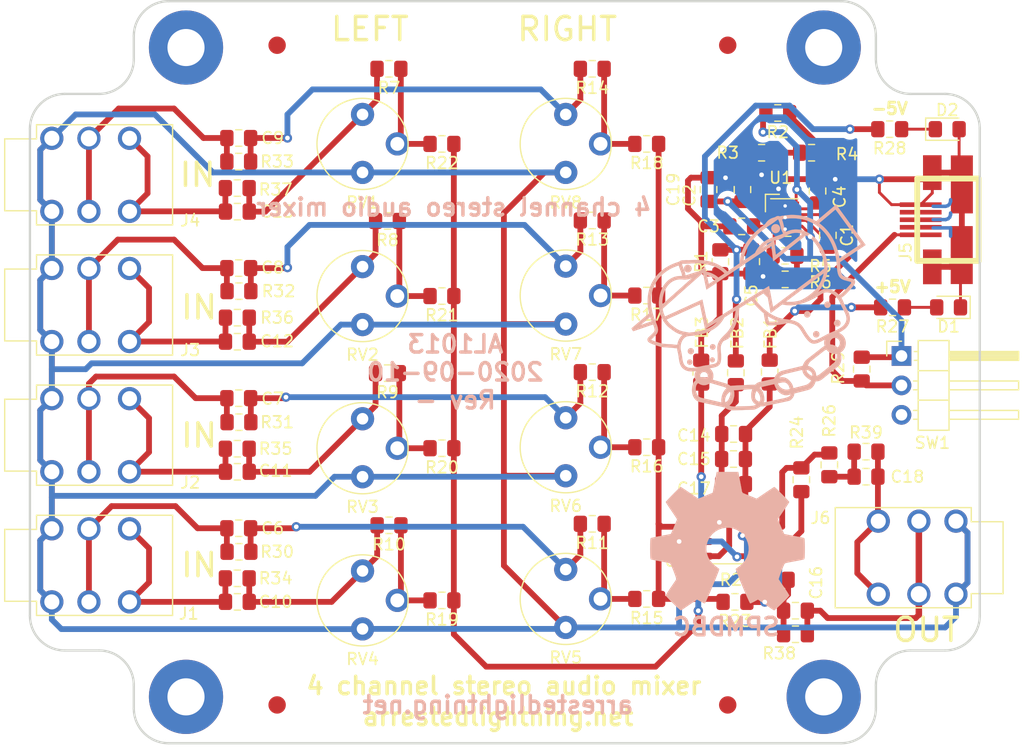
<source format=kicad_pcb>
(kicad_pcb (version 20171130) (host pcbnew 5.1.6-c6e7f7d~87~ubuntu18.04.1)
  (layers (0 F.Cu signal) (31 B.Cu signal) (34 B.Paste user) (35 F.Paste user) (36 B.SilkS user) (37 F.SilkS user) (38 B.Mask user) (39 F.Mask user) (44 Edge.Cuts user))
  (net 0 "")
  (net 1 "Net-(C1-Pad1)")
  (net 2 "Net-(C1-Pad2)")
  (net 3 GND)
  (net 4 +5V)
  (net 5 "Net-(C3-Pad1)")
  (net 6 +5VA)
  (net 7 -5VA)
  (net 8 "Net-(C6-Pad2)")
  (net 9 "Net-(C6-Pad1)")
  (net 10 "Net-(C7-Pad2)")
  (net 11 "Net-(C7-Pad1)")
  (net 12 "Net-(C8-Pad2)")
  (net 13 "Net-(C8-Pad1)")
  (net 14 "Net-(C9-Pad2)")
  (net 15 "Net-(C9-Pad1)")
  (net 16 "Net-(C10-Pad1)")
  (net 17 "Net-(C10-Pad2)")
  (net 18 "Net-(C11-Pad1)")
  (net 19 "Net-(C11-Pad2)")
  (net 20 "Net-(C12-Pad1)")
  (net 21 "Net-(C12-Pad2)")
  (net 22 "Net-(C13-Pad2)")
  (net 23 "Net-(C13-Pad1)")
  (net 24 "Net-(C16-Pad2)")
  (net 25 "Net-(C16-Pad1)")
  (net 26 "Net-(C18-Pad1)")
  (net 27 "Net-(C18-Pad2)")
  (net 28 "Net-(J5-Pad1)")
  (net 29 "Net-(R3-Pad1)")
  (net 30 "Net-(R5-Pad2)")
  (net 31 "Net-(R22-Pad2)")
  (net 32 "Net-(R21-Pad2)")
  (net 33 "Net-(R20-Pad2)")
  (net 34 "Net-(R10-Pad1)")
  (net 35 "Net-(R11-Pad1)")
  (net 36 "Net-(R12-Pad1)")
  (net 37 "Net-(R13-Pad1)")
  (net 38 "Net-(R14-Pad1)")
  (net 39 "Net-(R15-Pad1)")
  (net 40 "Net-(R19-Pad1)")
  (net 41 "Net-(R23-Pad1)")
  (net 42 "Net-(R24-Pad1)")
  (net 43 "Net-(D1-Pad2)")
  (net 44 "Net-(D2-Pad1)")
  (net 45 /+5V_OUT)
  (net 46 /-5V_OUT)
  (net 47 GNDA)
  (module AL_Footprints:3.5mmAudioJack (layer F.Cu) (at 200.279 87.122 270)
    (fp_text reference J6 (at -3.429 11.684 180) (layer F.SilkS))
    (fp_text value AudioJack3)
    (pad "" np_thru_hole circle (at 0 6.7 270) (size 1.6 1.6) (drill 1.6) (layers *.Cu *.Mask))
    (pad "" np_thru_hole circle (at 0 0.7 270) (size 1.6 1.6) (drill 1.6) (layers *.Cu *.Mask))
    (pad T thru_hole circle (at -3.15 6.7 270) (size 2 2) (drill 1.3) (layers *.Cu *.Mask) (net 26 "Net-(C18-Pad1)"))
    (pad R thru_hole circle (at -3.15 3.2 270) (size 2 2) (drill 1.3) (layers *.Cu *.Mask) (net 25 "Net-(C16-Pad1)"))
    (pad S thru_hole circle (at -3.15 0 270) (size 2 2) (drill 1.3) (layers *.Cu *.Mask) (net 47 GNDA))
    (pad R thru_hole circle (at 3.15 3.2 270) (size 2 2) (drill 1.4) (layers *.Cu *.Mask) (net 25 "Net-(C16-Pad1)"))
    (pad T thru_hole circle (at 3.15 6.7 270) (size 2 2) (drill 1.3) (layers *.Cu *.Mask) (net 26 "Net-(C18-Pad1)"))
    (pad S thru_hole circle (at 3.15 0 270) (size 2 2) (drill 1.3) (layers *.Cu *.Mask) (net 47 GNDA))
  )
  (module AL_Footprints:3.5mmAudioJack (layer F.Cu) (at 122.301 87.782 90)
    (fp_text reference J1 (at -4.166 11.811 180) (layer F.SilkS))
    (fp_text value AudioJack3)
    (pad "" np_thru_hole circle (at 0 6.7 90) (size 1.6 1.6) (drill 1.6) (layers *.Cu *.Mask))
    (pad "" np_thru_hole circle (at 0 0.7 90) (size 1.6 1.6) (drill 1.6) (layers *.Cu *.Mask))
    (pad T thru_hole circle (at -3.15 6.7 90) (size 2 2) (drill 1.3) (layers *.Cu *.Mask) (net 17 "Net-(C10-Pad2)"))
    (pad R thru_hole circle (at -3.15 3.2 90) (size 2 2) (drill 1.3) (layers *.Cu *.Mask) (net 8 "Net-(C6-Pad2)"))
    (pad S thru_hole circle (at -3.15 0 90) (size 2 2) (drill 1.3) (layers *.Cu *.Mask) (net 47 GNDA))
    (pad R thru_hole circle (at 3.15 3.2 90) (size 2 2) (drill 1.4) (layers *.Cu *.Mask) (net 8 "Net-(C6-Pad2)"))
    (pad T thru_hole circle (at 3.15 6.7 90) (size 2 2) (drill 1.3) (layers *.Cu *.Mask) (net 17 "Net-(C10-Pad2)"))
    (pad S thru_hole circle (at 3.15 0 90) (size 2 2) (drill 1.3) (layers *.Cu *.Mask) (net 47 GNDA))
  )
  (module AL_Footprints:3.5mmAudioJack (layer F.Cu) (at 122.301 76.555332 90)
    (fp_text reference J2 (at -4.089668 11.938 180) (layer F.SilkS))
    (fp_text value AudioJack3)
    (pad "" np_thru_hole circle (at 0 6.7 90) (size 1.6 1.6) (drill 1.6) (layers *.Cu *.Mask))
    (pad "" np_thru_hole circle (at 0 0.7 90) (size 1.6 1.6) (drill 1.6) (layers *.Cu *.Mask))
    (pad T thru_hole circle (at -3.15 6.7 90) (size 2 2) (drill 1.3) (layers *.Cu *.Mask) (net 19 "Net-(C11-Pad2)"))
    (pad R thru_hole circle (at -3.15 3.2 90) (size 2 2) (drill 1.3) (layers *.Cu *.Mask) (net 10 "Net-(C7-Pad2)"))
    (pad S thru_hole circle (at -3.15 0 90) (size 2 2) (drill 1.3) (layers *.Cu *.Mask) (net 47 GNDA))
    (pad R thru_hole circle (at 3.15 3.2 90) (size 2 2) (drill 1.4) (layers *.Cu *.Mask) (net 10 "Net-(C7-Pad2)"))
    (pad T thru_hole circle (at 3.15 6.7 90) (size 2 2) (drill 1.3) (layers *.Cu *.Mask) (net 19 "Net-(C11-Pad2)"))
    (pad S thru_hole circle (at 3.15 0 90) (size 2 2) (drill 1.3) (layers *.Cu *.Mask) (net 47 GNDA))
  )
  (module AL_Footprints:3.5mmAudioJack (layer F.Cu) (at 122.301 65.328666 90)
    (fp_text reference J3 (at -3.886334 11.938 180) (layer F.SilkS))
    (fp_text value AudioJack3)
    (pad "" np_thru_hole circle (at 0 6.7 90) (size 1.6 1.6) (drill 1.6) (layers *.Cu *.Mask))
    (pad "" np_thru_hole circle (at 0 0.7 90) (size 1.6 1.6) (drill 1.6) (layers *.Cu *.Mask))
    (pad T thru_hole circle (at -3.15 6.7 90) (size 2 2) (drill 1.3) (layers *.Cu *.Mask) (net 21 "Net-(C12-Pad2)"))
    (pad R thru_hole circle (at -3.15 3.2 90) (size 2 2) (drill 1.3) (layers *.Cu *.Mask) (net 12 "Net-(C8-Pad2)"))
    (pad S thru_hole circle (at -3.15 0 90) (size 2 2) (drill 1.3) (layers *.Cu *.Mask) (net 47 GNDA))
    (pad R thru_hole circle (at 3.15 3.2 90) (size 2 2) (drill 1.4) (layers *.Cu *.Mask) (net 12 "Net-(C8-Pad2)"))
    (pad T thru_hole circle (at 3.15 6.7 90) (size 2 2) (drill 1.3) (layers *.Cu *.Mask) (net 21 "Net-(C12-Pad2)"))
    (pad S thru_hole circle (at 3.15 0 90) (size 2 2) (drill 1.3) (layers *.Cu *.Mask) (net 47 GNDA))
  )
  (module AL_Footprints:3.5mmAudioJack (layer F.Cu) (at 122.301 54.102 90)
    (fp_text reference J4 (at -3.937 11.938 180) (layer F.SilkS))
    (fp_text value AudioJack3)
    (pad "" np_thru_hole circle (at 0 6.7 90) (size 1.6 1.6) (drill 1.6) (layers *.Cu *.Mask))
    (pad "" np_thru_hole circle (at 0 0.7 90) (size 1.6 1.6) (drill 1.6) (layers *.Cu *.Mask))
    (pad T thru_hole circle (at -3.15 6.7 90) (size 2 2) (drill 1.3) (layers *.Cu *.Mask) (net 22 "Net-(C13-Pad2)"))
    (pad R thru_hole circle (at -3.15 3.2 90) (size 2 2) (drill 1.3) (layers *.Cu *.Mask) (net 14 "Net-(C9-Pad2)"))
    (pad S thru_hole circle (at -3.15 0 90) (size 2 2) (drill 1.3) (layers *.Cu *.Mask) (net 47 GNDA))
    (pad R thru_hole circle (at 3.15 3.2 90) (size 2 2) (drill 1.4) (layers *.Cu *.Mask) (net 14 "Net-(C9-Pad2)"))
    (pad T thru_hole circle (at 3.15 6.7 90) (size 2 2) (drill 1.3) (layers *.Cu *.Mask) (net 22 "Net-(C13-Pad2)"))
    (pad S thru_hole circle (at 3.15 0 90) (size 2 2) (drill 1.3) (layers *.Cu *.Mask) (net 47 GNDA))
  )
  (module AL_Logo:al_logo (layer B.Cu) (at 182.626 66.294 180)
    (fp_text reference G*** hide)
    (fp_text value LOGO hide)
  )
  (module Symbol:OSHW-Symbol_13.4x12mm_SilkScreen (layer B.Cu) (at 180.594 85.725 180)
    (fp_text reference REF** hide)
    (fp_text value OSHW-Symbol_13.4x12mm_SilkScreen hide)
  )
  (module Capacitor_SMD:C_0805_2012Metric_Pad1.15x1.40mm_HandSolder (layer F.Cu) (at 189.23 59.318 270)
    (fp_text reference C1 (at 0 -1.65 90) (layer F.SilkS))
    (fp_text value 0.1uF)
    (pad 1 smd roundrect (at -1.025 0 270) (size 1.15 1.4) (layers F.Cu F.Paste F.Mask) (roundrect_rratio 0.217391) (net 1 "Net-(C1-Pad1)"))
    (pad 2 smd roundrect (at 1.025 0 270) (size 1.15 1.4) (layers F.Cu F.Paste F.Mask) (roundrect_rratio 0.217391) (net 2 "Net-(C1-Pad2)"))
  )
  (module Capacitor_SMD:C_0805_2012Metric_Pad1.15x1.40mm_HandSolder (layer F.Cu) (at 181.864 55.372 90)
    (fp_text reference C2 (at -0.508 -4.572 90) (layer F.SilkS))
    (fp_text value 0.1uF)
    (pad 2 smd roundrect (at 1.025 0 90) (size 1.15 1.4) (layers F.Cu F.Paste F.Mask) (roundrect_rratio 0.217391) (net 3 GND))
    (pad 1 smd roundrect (at -1.025 0 90) (size 1.15 1.4) (layers F.Cu F.Paste F.Mask) (roundrect_rratio 0.217391) (net 4 +5V))
  )
  (module Capacitor_SMD:C_0805_2012Metric_Pad1.15x1.40mm_HandSolder (layer F.Cu) (at 181.8005 58.547 180)
    (fp_text reference C3 (at 2.8575 0) (layer F.SilkS))
    (fp_text value 10uF)
    (pad 1 smd roundrect (at -1.025 0 180) (size 1.15 1.4) (layers F.Cu F.Paste F.Mask) (roundrect_rratio 0.217391) (net 5 "Net-(C3-Pad1)"))
    (pad 2 smd roundrect (at 1.025 0 180) (size 1.15 1.4) (layers F.Cu F.Paste F.Mask) (roundrect_rratio 0.217391) (net 3 GND))
  )
  (module Capacitor_SMD:C_0805_2012Metric_Pad1.15x1.40mm_HandSolder (layer F.Cu) (at 188.341 55.499 90)
    (fp_text reference C4 (at -0.508 1.905 90) (layer F.SilkS))
    (fp_text value 10uF)
    (pad 1 smd roundrect (at -1.025 0 90) (size 1.15 1.4) (layers F.Cu F.Paste F.Mask) (roundrect_rratio 0.217391) (net 45 /+5V_OUT))
    (pad 2 smd roundrect (at 1.025 0 90) (size 1.15 1.4) (layers F.Cu F.Paste F.Mask) (roundrect_rratio 0.217391) (net 3 GND))
  )
  (module Capacitor_SMD:C_0805_2012Metric_Pad1.15x1.40mm_HandSolder (layer F.Cu) (at 182.626 61.586 270)
    (fp_text reference C5 (at 2.93 0 90) (layer F.SilkS))
    (fp_text value 10uF)
    (pad 2 smd roundrect (at 1.025 0 270) (size 1.15 1.4) (layers F.Cu F.Paste F.Mask) (roundrect_rratio 0.217391) (net 3 GND))
    (pad 1 smd roundrect (at -1.025 0 270) (size 1.15 1.4) (layers F.Cu F.Paste F.Mask) (roundrect_rratio 0.217391) (net 46 /-5V_OUT))
  )
  (module Capacitor_SMD:C_0805_2012Metric_Pad1.15x1.40mm_HandSolder (layer F.Cu) (at 138.421 84.582 180)
    (fp_text reference C6 (at -2.93 0) (layer F.SilkS))
    (fp_text value 1uF)
    (pad 2 smd roundrect (at 1.025 0 180) (size 1.15 1.4) (layers F.Cu F.Paste F.Mask) (roundrect_rratio 0.217391) (net 8 "Net-(C6-Pad2)"))
    (pad 1 smd roundrect (at -1.025 0 180) (size 1.15 1.4) (layers F.Cu F.Paste F.Mask) (roundrect_rratio 0.217391) (net 9 "Net-(C6-Pad1)"))
  )
  (module Capacitor_SMD:C_0805_2012Metric_Pad1.15x1.40mm_HandSolder (layer F.Cu) (at 138.421 73.363666 180)
    (fp_text reference C7 (at -2.93 -0.042334) (layer F.SilkS))
    (fp_text value 10uF)
    (pad 2 smd roundrect (at 1.025 0 180) (size 1.15 1.4) (layers F.Cu F.Paste F.Mask) (roundrect_rratio 0.217391) (net 10 "Net-(C7-Pad2)"))
    (pad 1 smd roundrect (at -1.025 0 180) (size 1.15 1.4) (layers F.Cu F.Paste F.Mask) (roundrect_rratio 0.217391) (net 11 "Net-(C7-Pad1)"))
  )
  (module Capacitor_SMD:C_0805_2012Metric_Pad1.15x1.40mm_HandSolder (layer F.Cu) (at 138.421 62.145333 180)
    (fp_text reference C8 (at -2.93 0.042333) (layer F.SilkS))
    (fp_text value 10uF)
    (pad 2 smd roundrect (at 1.025 0 180) (size 1.15 1.4) (layers F.Cu F.Paste F.Mask) (roundrect_rratio 0.217391) (net 12 "Net-(C8-Pad2)"))
    (pad 1 smd roundrect (at -1.025 0 180) (size 1.15 1.4) (layers F.Cu F.Paste F.Mask) (roundrect_rratio 0.217391) (net 13 "Net-(C8-Pad1)"))
  )
  (module Capacitor_SMD:C_0805_2012Metric_Pad1.15x1.40mm_HandSolder (layer F.Cu) (at 138.421 50.927 180)
    (fp_text reference C9 (at -2.93 0) (layer F.SilkS))
    (fp_text value 10uF)
    (pad 2 smd roundrect (at 1.025 0 180) (size 1.15 1.4) (layers F.Cu F.Paste F.Mask) (roundrect_rratio 0.217391) (net 14 "Net-(C9-Pad2)"))
    (pad 1 smd roundrect (at -1.025 0 180) (size 1.15 1.4) (layers F.Cu F.Paste F.Mask) (roundrect_rratio 0.217391) (net 15 "Net-(C9-Pad1)"))
  )
  (module Capacitor_SMD:C_0805_2012Metric_Pad1.15x1.40mm_HandSolder (layer F.Cu) (at 138.303 90.932 180)
    (fp_text reference C10 (at -3.302 0) (layer F.SilkS))
    (fp_text value 1uF)
    (pad 1 smd roundrect (at -1.025 0 180) (size 1.15 1.4) (layers F.Cu F.Paste F.Mask) (roundrect_rratio 0.217391) (net 16 "Net-(C10-Pad1)"))
    (pad 2 smd roundrect (at 1.025 0 180) (size 1.15 1.4) (layers F.Cu F.Paste F.Mask) (roundrect_rratio 0.217391) (net 17 "Net-(C10-Pad2)"))
  )
  (module Capacitor_SMD:C_0805_2012Metric_Pad1.15x1.40mm_HandSolder (layer F.Cu) (at 138.303 79.713666 180)
    (fp_text reference C11 (at -3.302 0.084666) (layer F.SilkS))
    (fp_text value 10uF)
    (pad 1 smd roundrect (at -1.025 0 180) (size 1.15 1.4) (layers F.Cu F.Paste F.Mask) (roundrect_rratio 0.217391) (net 18 "Net-(C11-Pad1)"))
    (pad 2 smd roundrect (at 1.025 0 180) (size 1.15 1.4) (layers F.Cu F.Paste F.Mask) (roundrect_rratio 0.217391) (net 19 "Net-(C11-Pad2)"))
  )
  (module Capacitor_SMD:C_0805_2012Metric_Pad1.15x1.40mm_HandSolder (layer F.Cu) (at 138.303 68.495333 180)
    (fp_text reference C12 (at -3.429 0.042333) (layer F.SilkS))
    (fp_text value 10uF)
    (pad 1 smd roundrect (at -1.025 0 180) (size 1.15 1.4) (layers F.Cu F.Paste F.Mask) (roundrect_rratio 0.217391) (net 20 "Net-(C12-Pad1)"))
    (pad 2 smd roundrect (at 1.025 0 180) (size 1.15 1.4) (layers F.Cu F.Paste F.Mask) (roundrect_rratio 0.217391) (net 21 "Net-(C12-Pad2)"))
  )
  (module Capacitor_SMD:C_0805_2012Metric_Pad1.15x1.40mm_HandSolder (layer F.Cu) (at 138.303 57.277 180)
    (fp_text reference C13 (at -3.429 0) (layer F.SilkS))
    (fp_text value 10uF)
    (pad 2 smd roundrect (at 1.025 0 180) (size 1.15 1.4) (layers F.Cu F.Paste F.Mask) (roundrect_rratio 0.217391) (net 22 "Net-(C13-Pad2)"))
    (pad 1 smd roundrect (at -1.025 0 180) (size 1.15 1.4) (layers F.Cu F.Paste F.Mask) (roundrect_rratio 0.217391) (net 23 "Net-(C13-Pad1)"))
  )
  (module Capacitor_SMD:C_0805_2012Metric_Pad1.15x1.40mm_HandSolder (layer F.Cu) (at 181.102 76.454 180)
    (fp_text reference C14 (at 3.429 -0.127) (layer F.SilkS))
    (fp_text value 0.1uF)
    (pad 1 smd roundrect (at -1.025 0 180) (size 1.15 1.4) (layers F.Cu F.Paste F.Mask) (roundrect_rratio 0.217391) (net 6 +5VA))
    (pad 2 smd roundrect (at 1.025 0 180) (size 1.15 1.4) (layers F.Cu F.Paste F.Mask) (roundrect_rratio 0.217391) (net 7 -5VA))
  )
  (module Capacitor_SMD:C_0805_2012Metric_Pad1.15x1.40mm_HandSolder (layer F.Cu) (at 181.093 78.613 180)
    (fp_text reference C15 (at 3.42 0) (layer F.SilkS))
    (fp_text value 1uF)
    (pad 2 smd roundrect (at 1.025 0 180) (size 1.15 1.4) (layers F.Cu F.Paste F.Mask) (roundrect_rratio 0.217391) (net 7 -5VA))
    (pad 1 smd roundrect (at -1.025 0 180) (size 1.15 1.4) (layers F.Cu F.Paste F.Mask) (roundrect_rratio 0.217391) (net 6 +5VA))
  )
  (module Capacitor_SMD:C_0805_2012Metric_Pad1.15x1.40mm_HandSolder (layer F.Cu) (at 186.436 91.694 180)
    (fp_text reference C16 (at -1.778 2.413 90) (layer F.SilkS))
    (fp_text value 10uF)
    (pad 2 smd roundrect (at 1.025 0 180) (size 1.15 1.4) (layers F.Cu F.Paste F.Mask) (roundrect_rratio 0.217391) (net 24 "Net-(C16-Pad2)"))
    (pad 1 smd roundrect (at -1.025 0 180) (size 1.15 1.4) (layers F.Cu F.Paste F.Mask) (roundrect_rratio 0.217391) (net 25 "Net-(C16-Pad1)"))
  )
  (module Capacitor_SMD:C_0805_2012Metric_Pad1.15x1.40mm_HandSolder (layer F.Cu) (at 181.093 80.772 180)
    (fp_text reference C17 (at 3.42 -0.381) (layer F.SilkS))
    (fp_text value 10uF)
    (pad 1 smd roundrect (at -1.025 0 180) (size 1.15 1.4) (layers F.Cu F.Paste F.Mask) (roundrect_rratio 0.217391) (net 6 +5VA))
    (pad 2 smd roundrect (at 1.025 0 180) (size 1.15 1.4) (layers F.Cu F.Paste F.Mask) (roundrect_rratio 0.217391) (net 7 -5VA))
  )
  (module Capacitor_SMD:C_0805_2012Metric_Pad1.15x1.40mm_HandSolder (layer F.Cu) (at 192.523 80.137 180)
    (fp_text reference C18 (at -3.565 0) (layer F.SilkS))
    (fp_text value 10uF)
    (pad 1 smd roundrect (at -1.025 0 180) (size 1.15 1.4) (layers F.Cu F.Paste F.Mask) (roundrect_rratio 0.217391) (net 26 "Net-(C18-Pad1)"))
    (pad 2 smd roundrect (at 1.025 0 180) (size 1.15 1.4) (layers F.Cu F.Paste F.Mask) (roundrect_rratio 0.217391) (net 27 "Net-(C18-Pad2)"))
  )
  (module AL_Footprints:USB_Micro_A_SMD_HANDSOLDER_SMALLPADS (layer F.Cu) (at 198.237 57.9755 90)
    (fp_text reference J5 (at -2.8 -2.3 90) (layer F.SilkS))
    (fp_text value USB_B_Micro)
    (pad 1 smd rect (at -1.3 -1 90) (size 0.4 3.6) (layers F.Cu F.Paste F.Mask) (net 28 "Net-(J5-Pad1)"))
    (pad 2 smd rect (at -0.65 -1 90) (size 0.4 3.6) (layers F.Cu F.Paste F.Mask))
    (pad 3 smd rect (at 0 -1 90) (size 0.4 3.6) (layers F.Cu F.Paste F.Mask))
    (pad 4 smd rect (at 0.65 -1 90) (size 0.4 3.6) (layers F.Cu F.Paste F.Mask))
    (pad 5 smd rect (at 1.3 -1 90) (size 0.4 3.6) (layers F.Cu F.Paste F.Mask) (net 3 GND))
    (pad 6 smd rect (at 4.064 0 90) (size 3 1.6) (layers F.Cu F.Paste F.Mask) (net 3 GND))
    (pad 6 smd rect (at -4.064 0 90) (size 3 1.6) (layers F.Cu F.Paste F.Mask) (net 3 GND))
    (pad 6 smd rect (at -3.048 2.54 90) (size 5 1.9) (layers F.Cu F.Paste F.Mask) (net 3 GND))
    (pad 6 smd rect (at 3.048 2.55 90) (size 5 1.9) (layers F.Cu F.Paste F.Mask) (net 3 GND))
  )
  (module Resistor_SMD:R_0805_2012Metric_Pad1.15x1.40mm_HandSolder (layer F.Cu) (at 179.959 61.595 90)
    (fp_text reference R1 (at 0 -1.65 90) (layer F.SilkS))
    (fp_text value 0-DNP)
    (pad 1 smd roundrect (at -1.025 0 90) (size 1.15 1.4) (layers F.Cu F.Paste F.Mask) (roundrect_rratio 0.217391) (net 3 GND))
    (pad 2 smd roundrect (at 1.025 0 90) (size 1.15 1.4) (layers F.Cu F.Paste F.Mask) (roundrect_rratio 0.217391) (net 46 /-5V_OUT))
  )
  (module Resistor_SMD:R_0805_2012Metric_Pad1.15x1.40mm_HandSolder (layer F.Cu) (at 184.912 48.768 180)
    (fp_text reference R2 (at 0 -1.65) (layer F.SilkS))
    (fp_text value 0-DNP)
    (pad 2 smd roundrect (at 1.025 0 180) (size 1.15 1.4) (layers F.Cu F.Paste F.Mask) (roundrect_rratio 0.217391) (net 4 +5V))
    (pad 1 smd roundrect (at -1.025 0 180) (size 1.15 1.4) (layers F.Cu F.Paste F.Mask) (roundrect_rratio 0.217391) (net 45 /+5V_OUT))
  )
  (module Resistor_SMD:R_0805_2012Metric_Pad1.15x1.40mm_HandSolder (layer F.Cu) (at 183.515 52.197 180)
    (fp_text reference R3 (at 2.921 0) (layer F.SilkS))
    (fp_text value 82K)
    (pad 2 smd roundrect (at 1.025 0 180) (size 1.15 1.4) (layers F.Cu F.Paste F.Mask) (roundrect_rratio 0.217391) (net 3 GND))
    (pad 1 smd roundrect (at -1.025 0 180) (size 1.15 1.4) (layers F.Cu F.Paste F.Mask) (roundrect_rratio 0.217391) (net 29 "Net-(R3-Pad1)"))
  )
  (module Resistor_SMD:R_0805_2012Metric_Pad1.15x1.40mm_HandSolder (layer F.Cu) (at 187.824 52.197 180)
    (fp_text reference R4 (at -3.057 -0.127) (layer F.SilkS))
    (fp_text value 220K)
    (pad 1 smd roundrect (at -1.025 0 180) (size 1.15 1.4) (layers F.Cu F.Paste F.Mask) (roundrect_rratio 0.217391) (net 45 /+5V_OUT))
    (pad 2 smd roundrect (at 1.025 0 180) (size 1.15 1.4) (layers F.Cu F.Paste F.Mask) (roundrect_rratio 0.217391) (net 29 "Net-(R3-Pad1)"))
  )
  (module Resistor_SMD:R_0805_2012Metric_Pad1.15x1.40mm_HandSolder (layer F.Cu) (at 185.538 61.087)
    (fp_text reference R5 (at 3.057 0.889) (layer F.SilkS))
    (fp_text value 220K)
    (pad 2 smd roundrect (at 1.025 0) (size 1.15 1.4) (layers F.Cu F.Paste F.Mask) (roundrect_rratio 0.217391) (net 30 "Net-(R5-Pad2)"))
    (pad 1 smd roundrect (at -1.025 0) (size 1.15 1.4) (layers F.Cu F.Paste F.Mask) (roundrect_rratio 0.217391) (net 46 /-5V_OUT))
  )
  (module Resistor_SMD:R_0805_2012Metric_Pad1.15x1.40mm_HandSolder (layer F.Cu) (at 185.547 63.119 180)
    (fp_text reference R6 (at -3.048 -0.254) (layer F.SilkS))
    (fp_text value 82K)
    (pad 2 smd roundrect (at 1.025 0 180) (size 1.15 1.4) (layers F.Cu F.Paste F.Mask) (roundrect_rratio 0.217391) (net 3 GND))
    (pad 1 smd roundrect (at -1.025 0 180) (size 1.15 1.4) (layers F.Cu F.Paste F.Mask) (roundrect_rratio 0.217391) (net 30 "Net-(R5-Pad2)"))
  )
  (module Resistor_SMD:R_0805_2012Metric_Pad1.15x1.40mm_HandSolder (layer F.Cu) (at 151.375 44.958 180)
    (fp_text reference R7 (at 0 -1.65) (layer F.SilkS))
    (fp_text value 0)
    (pad 1 smd roundrect (at -1.025 0 180) (size 1.15 1.4) (layers F.Cu F.Paste F.Mask) (roundrect_rratio 0.217391) (net 31 "Net-(R22-Pad2)"))
    (pad 2 smd roundrect (at 1.025 0 180) (size 1.15 1.4) (layers F.Cu F.Paste F.Mask) (roundrect_rratio 0.217391) (net 23 "Net-(C13-Pad1)"))
  )
  (module Resistor_SMD:R_0805_2012Metric_Pad1.15x1.40mm_HandSolder (layer F.Cu) (at 151.248 58.081333 180)
    (fp_text reference R8 (at 0 -1.65) (layer F.SilkS))
    (fp_text value 0)
    (pad 2 smd roundrect (at 1.025 0 180) (size 1.15 1.4) (layers F.Cu F.Paste F.Mask) (roundrect_rratio 0.217391) (net 20 "Net-(C12-Pad1)"))
    (pad 1 smd roundrect (at -1.025 0 180) (size 1.15 1.4) (layers F.Cu F.Paste F.Mask) (roundrect_rratio 0.217391) (net 32 "Net-(R21-Pad2)"))
  )
  (module Resistor_SMD:R_0805_2012Metric_Pad1.15x1.40mm_HandSolder (layer F.Cu) (at 151.248 71.204666 180)
    (fp_text reference R9 (at 0 -1.65) (layer F.SilkS))
    (fp_text value 0)
    (pad 1 smd roundrect (at -1.025 0 180) (size 1.15 1.4) (layers F.Cu F.Paste F.Mask) (roundrect_rratio 0.217391) (net 33 "Net-(R20-Pad2)"))
    (pad 2 smd roundrect (at 1.025 0 180) (size 1.15 1.4) (layers F.Cu F.Paste F.Mask) (roundrect_rratio 0.217391) (net 18 "Net-(C11-Pad1)"))
  )
  (module Resistor_SMD:R_0805_2012Metric_Pad1.15x1.40mm_HandSolder (layer F.Cu) (at 151.384 84.328 180)
    (fp_text reference R10 (at 0 -1.65) (layer F.SilkS))
    (fp_text value 0)
    (pad 2 smd roundrect (at 1.025 0 180) (size 1.15 1.4) (layers F.Cu F.Paste F.Mask) (roundrect_rratio 0.217391) (net 16 "Net-(C10-Pad1)"))
    (pad 1 smd roundrect (at -1.025 0 180) (size 1.15 1.4) (layers F.Cu F.Paste F.Mask) (roundrect_rratio 0.217391) (net 34 "Net-(R10-Pad1)"))
  )
  (module Resistor_SMD:R_0805_2012Metric_Pad1.15x1.40mm_HandSolder (layer F.Cu) (at 168.91 84.201 180)
    (fp_text reference R11 (at 0 -1.65) (layer F.SilkS))
    (fp_text value 0)
    (pad 2 smd roundrect (at 1.025 0 180) (size 1.15 1.4) (layers F.Cu F.Paste F.Mask) (roundrect_rratio 0.217391) (net 9 "Net-(C6-Pad1)"))
    (pad 1 smd roundrect (at -1.025 0 180) (size 1.15 1.4) (layers F.Cu F.Paste F.Mask) (roundrect_rratio 0.217391) (net 35 "Net-(R11-Pad1)"))
  )
  (module Resistor_SMD:R_0805_2012Metric_Pad1.15x1.40mm_HandSolder (layer F.Cu) (at 168.91 71.12 180)
    (fp_text reference R12 (at 0 -1.65) (layer F.SilkS))
    (fp_text value 0)
    (pad 2 smd roundrect (at 1.025 0 180) (size 1.15 1.4) (layers F.Cu F.Paste F.Mask) (roundrect_rratio 0.217391) (net 11 "Net-(C7-Pad1)"))
    (pad 1 smd roundrect (at -1.025 0 180) (size 1.15 1.4) (layers F.Cu F.Paste F.Mask) (roundrect_rratio 0.217391) (net 36 "Net-(R12-Pad1)"))
  )
  (module Resistor_SMD:R_0805_2012Metric_Pad1.15x1.40mm_HandSolder (layer F.Cu) (at 168.91 58.039 180)
    (fp_text reference R13 (at 0 -1.65) (layer F.SilkS))
    (fp_text value 0)
    (pad 1 smd roundrect (at -1.025 0 180) (size 1.15 1.4) (layers F.Cu F.Paste F.Mask) (roundrect_rratio 0.217391) (net 37 "Net-(R13-Pad1)"))
    (pad 2 smd roundrect (at 1.025 0 180) (size 1.15 1.4) (layers F.Cu F.Paste F.Mask) (roundrect_rratio 0.217391) (net 13 "Net-(C8-Pad1)"))
  )
  (module Resistor_SMD:R_0805_2012Metric_Pad1.15x1.40mm_HandSolder (layer F.Cu) (at 168.91 44.958 180)
    (fp_text reference R14 (at 0 -1.65) (layer F.SilkS))
    (fp_text value 0)
    (pad 1 smd roundrect (at -1.025 0 180) (size 1.15 1.4) (layers F.Cu F.Paste F.Mask) (roundrect_rratio 0.217391) (net 38 "Net-(R14-Pad1)"))
    (pad 2 smd roundrect (at 1.025 0 180) (size 1.15 1.4) (layers F.Cu F.Paste F.Mask) (roundrect_rratio 0.217391) (net 15 "Net-(C9-Pad1)"))
  )
  (module Resistor_SMD:R_0805_2012Metric_Pad1.15x1.40mm_HandSolder (layer F.Cu) (at 173.609 90.678 180)
    (fp_text reference R15 (at 0 -1.65) (layer F.SilkS))
    (fp_text value 10K)
    (pad 2 smd roundrect (at 1.025 0 180) (size 1.15 1.4) (layers F.Cu F.Paste F.Mask) (roundrect_rratio 0.217391) (net 35 "Net-(R11-Pad1)"))
    (pad 1 smd roundrect (at -1.025 0 180) (size 1.15 1.4) (layers F.Cu F.Paste F.Mask) (roundrect_rratio 0.217391) (net 39 "Net-(R15-Pad1)"))
  )
  (module Resistor_SMD:R_0805_2012Metric_Pad1.15x1.40mm_HandSolder (layer F.Cu) (at 173.609 77.597 180)
    (fp_text reference R16 (at 0 -1.65) (layer F.SilkS))
    (fp_text value 10K)
    (pad 1 smd roundrect (at -1.025 0 180) (size 1.15 1.4) (layers F.Cu F.Paste F.Mask) (roundrect_rratio 0.217391) (net 39 "Net-(R15-Pad1)"))
    (pad 2 smd roundrect (at 1.025 0 180) (size 1.15 1.4) (layers F.Cu F.Paste F.Mask) (roundrect_rratio 0.217391) (net 36 "Net-(R12-Pad1)"))
  )
  (module Resistor_SMD:R_0805_2012Metric_Pad1.15x1.40mm_HandSolder (layer F.Cu) (at 173.609 64.516 180)
    (fp_text reference R17 (at 0 -1.65) (layer F.SilkS))
    (fp_text value 10K)
    (pad 2 smd roundrect (at 1.025 0 180) (size 1.15 1.4) (layers F.Cu F.Paste F.Mask) (roundrect_rratio 0.217391) (net 37 "Net-(R13-Pad1)"))
    (pad 1 smd roundrect (at -1.025 0 180) (size 1.15 1.4) (layers F.Cu F.Paste F.Mask) (roundrect_rratio 0.217391) (net 39 "Net-(R15-Pad1)"))
  )
  (module Resistor_SMD:R_0805_2012Metric_Pad1.15x1.40mm_HandSolder (layer F.Cu) (at 173.609 51.435 180)
    (fp_text reference R18 (at 0 -1.65) (layer F.SilkS))
    (fp_text value 10K)
    (pad 1 smd roundrect (at -1.025 0 180) (size 1.15 1.4) (layers F.Cu F.Paste F.Mask) (roundrect_rratio 0.217391) (net 39 "Net-(R15-Pad1)"))
    (pad 2 smd roundrect (at 1.025 0 180) (size 1.15 1.4) (layers F.Cu F.Paste F.Mask) (roundrect_rratio 0.217391) (net 38 "Net-(R14-Pad1)"))
  )
  (module Resistor_SMD:R_0805_2012Metric_Pad1.15x1.40mm_HandSolder (layer F.Cu) (at 155.947 90.805 180)
    (fp_text reference R19 (at 0 -1.65) (layer F.SilkS))
    (fp_text value 10K)
    (pad 1 smd roundrect (at -1.025 0 180) (size 1.15 1.4) (layers F.Cu F.Paste F.Mask) (roundrect_rratio 0.217391) (net 40 "Net-(R19-Pad1)"))
    (pad 2 smd roundrect (at 1.025 0 180) (size 1.15 1.4) (layers F.Cu F.Paste F.Mask) (roundrect_rratio 0.217391) (net 34 "Net-(R10-Pad1)"))
  )
  (module Resistor_SMD:R_0805_2012Metric_Pad1.15x1.40mm_HandSolder (layer F.Cu) (at 155.947 77.681666 180)
    (fp_text reference R20 (at 0 -1.65) (layer F.SilkS))
    (fp_text value 10K)
    (pad 2 smd roundrect (at 1.025 0 180) (size 1.15 1.4) (layers F.Cu F.Paste F.Mask) (roundrect_rratio 0.217391) (net 33 "Net-(R20-Pad2)"))
    (pad 1 smd roundrect (at -1.025 0 180) (size 1.15 1.4) (layers F.Cu F.Paste F.Mask) (roundrect_rratio 0.217391) (net 40 "Net-(R19-Pad1)"))
  )
  (module Resistor_SMD:R_0805_2012Metric_Pad1.15x1.40mm_HandSolder (layer F.Cu) (at 155.947 64.558333 180)
    (fp_text reference R21 (at 0 -1.65) (layer F.SilkS))
    (fp_text value 10K)
    (pad 1 smd roundrect (at -1.025 0 180) (size 1.15 1.4) (layers F.Cu F.Paste F.Mask) (roundrect_rratio 0.217391) (net 40 "Net-(R19-Pad1)"))
    (pad 2 smd roundrect (at 1.025 0 180) (size 1.15 1.4) (layers F.Cu F.Paste F.Mask) (roundrect_rratio 0.217391) (net 32 "Net-(R21-Pad2)"))
  )
  (module Resistor_SMD:R_0805_2012Metric_Pad1.15x1.40mm_HandSolder (layer F.Cu) (at 155.947 51.435 180)
    (fp_text reference R22 (at 0 -1.65) (layer F.SilkS))
    (fp_text value 10K)
    (pad 1 smd roundrect (at -1.025 0 180) (size 1.15 1.4) (layers F.Cu F.Paste F.Mask) (roundrect_rratio 0.217391) (net 40 "Net-(R19-Pad1)"))
    (pad 2 smd roundrect (at 1.025 0 180) (size 1.15 1.4) (layers F.Cu F.Paste F.Mask) (roundrect_rratio 0.217391) (net 31 "Net-(R22-Pad2)"))
  )
  (module Resistor_SMD:R_0805_2012Metric_Pad1.15x1.40mm_HandSolder (layer F.Cu) (at 181.22 90.932 180)
    (fp_text reference R23 (at 0 -1.65) (layer F.SilkS))
    (fp_text value 10K)
    (pad 1 smd roundrect (at -1.025 0 180) (size 1.15 1.4) (layers F.Cu F.Paste F.Mask) (roundrect_rratio 0.217391) (net 41 "Net-(R23-Pad1)"))
    (pad 2 smd roundrect (at 1.025 0 180) (size 1.15 1.4) (layers F.Cu F.Paste F.Mask) (roundrect_rratio 0.217391) (net 39 "Net-(R15-Pad1)"))
  )
  (module Resistor_SMD:R_0805_2012Metric_Pad1.15x1.40mm_HandSolder (layer F.Cu) (at 186.944 80.4 270)
    (fp_text reference R24 (at -4.073 0.381 90) (layer F.SilkS))
    (fp_text value 10K)
    (pad 2 smd roundrect (at 1.025 0 270) (size 1.15 1.4) (layers F.Cu F.Paste F.Mask) (roundrect_rratio 0.217391) (net 40 "Net-(R19-Pad1)"))
    (pad 1 smd roundrect (at -1.025 0 270) (size 1.15 1.4) (layers F.Cu F.Paste F.Mask) (roundrect_rratio 0.217391) (net 42 "Net-(R24-Pad1)"))
  )
  (module Resistor_SMD:R_0805_2012Metric_Pad1.15x1.40mm_HandSolder (layer F.Cu) (at 184.776 89.027 180)
    (fp_text reference R25 (at 3.42 0) (layer F.SilkS))
    (fp_text value 100)
    (pad 1 smd roundrect (at -1.025 0 180) (size 1.15 1.4) (layers F.Cu F.Paste F.Mask) (roundrect_rratio 0.217391) (net 24 "Net-(C16-Pad2)"))
    (pad 2 smd roundrect (at 1.025 0 180) (size 1.15 1.4) (layers F.Cu F.Paste F.Mask) (roundrect_rratio 0.217391) (net 41 "Net-(R23-Pad1)"))
  )
  (module Resistor_SMD:R_0805_2012Metric_Pad1.15x1.40mm_HandSolder (layer F.Cu) (at 189.357 79.112 270)
    (fp_text reference R26 (at -3.801 0 90) (layer F.SilkS))
    (fp_text value 100)
    (pad 2 smd roundrect (at 1.025 0 270) (size 1.15 1.4) (layers F.Cu F.Paste F.Mask) (roundrect_rratio 0.217391) (net 27 "Net-(C18-Pad2)"))
    (pad 1 smd roundrect (at -1.025 0 270) (size 1.15 1.4) (layers F.Cu F.Paste F.Mask) (roundrect_rratio 0.217391) (net 42 "Net-(R24-Pad1)"))
  )
  (module Connector_PinHeader_2.54mm:PinHeader_1x03_P2.54mm_Horizontal (layer F.Cu) (at 195.58 69.723)
    (fp_text reference SW1 (at 2.667 7.493) (layer F.SilkS))
    (fp_text value SW_SPDT)
    (pad 1 thru_hole rect (at 0 0) (size 1.7 1.7) (drill 1) (layers *.Cu *.Mask) (net 4 +5V))
    (pad 2 thru_hole oval (at 0 2.54) (size 1.7 1.7) (drill 1) (layers *.Cu *.Mask) (net 28 "Net-(J5-Pad1)"))
    (pad 3 thru_hole oval (at 0 5.08) (size 1.7 1.7) (drill 1) (layers *.Cu *.Mask))
  )
  (module Package_SON:WSON-12-1EP_3x2mm_P0.5mm_EP1x2.65_ThermalVias (layer F.Cu) (at 185.547 57.785)
    (fp_text reference U1 (at -0.381 -3.429) (layer F.SilkS))
    (fp_text value LM27762)
    (pad 1 smd rect (at -0.95 -1.25) (size 0.5 0.25) (layers F.Cu F.Paste F.Mask) (net 3 GND))
    (pad 2 smd rect (at -0.95 -0.75) (size 0.5 0.25) (layers F.Cu F.Paste F.Mask) (net 29 "Net-(R3-Pad1)"))
    (pad 3 smd rect (at -0.95 -0.25) (size 0.5 0.25) (layers F.Cu F.Paste F.Mask) (net 4 +5V))
    (pad 4 smd rect (at -0.95 0.25) (size 0.5 0.25) (layers F.Cu F.Paste F.Mask) (net 3 GND))
    (pad 5 smd rect (at -0.95 0.75) (size 0.5 0.25) (layers F.Cu F.Paste F.Mask) (net 5 "Net-(C3-Pad1)"))
    (pad 6 smd rect (at -0.95 1.25) (size 0.5 0.25) (layers F.Cu F.Paste F.Mask) (net 46 /-5V_OUT))
    (pad 7 smd rect (at 0.95 1.25) (size 0.5 0.25) (layers F.Cu F.Paste F.Mask) (net 30 "Net-(R5-Pad2)"))
    (pad 8 smd rect (at 0.95 0.75) (size 0.5 0.25) (layers F.Cu F.Paste F.Mask) (net 4 +5V))
    (pad 9 smd rect (at 0.95 0.25) (size 0.5 0.25) (layers F.Cu F.Paste F.Mask) (net 2 "Net-(C1-Pad2)"))
    (pad 10 smd rect (at 0.95 -0.25) (size 0.5 0.25) (layers F.Cu F.Paste F.Mask) (net 1 "Net-(C1-Pad1)"))
    (pad 11 smd rect (at 0.95 -0.75) (size 0.5 0.25) (layers F.Cu F.Paste F.Mask) (net 45 /+5V_OUT))
    (pad 12 smd rect (at 0.95 -1.25) (size 0.5 0.25) (layers F.Cu F.Paste F.Mask) (net 4 +5V))
    (pad 13 thru_hole circle (at 0 0) (size 0.6 0.6) (drill 0.3) (layers *.Cu) (net 3 GND))
    (pad 13 thru_hole circle (at 0 -1 90) (size 0.6 0.6) (drill 0.3) (layers *.Cu) (net 3 GND))
    (pad 13 thru_hole circle (at 0 1) (size 0.6 0.6) (drill 0.3) (layers *.Cu) (net 3 GND))
    (pad 13 smd rect (at 0 0) (size 1 2.65) (layers B.Cu) (net 3 GND))
    (pad 13 smd rect (at 0 0) (size 1 2.65) (layers F.Cu F.Mask) (net 3 GND))
  )
  (module Package_SO:SO-8_3.9x4.9mm_P1.27mm (layer F.Cu) (at 180.975 85.09)
    (fp_text reference U2 (at -4.826 2.286) (layer F.SilkS))
    (fp_text value TL072)
    (pad 1 smd roundrect (at -2.575 -1.905) (size 1.75 0.6) (layers F.Cu F.Paste F.Mask) (net 41 "Net-(R23-Pad1)"))
    (pad 2 smd roundrect (at -2.575 -0.635) (size 1.75 0.6) (layers F.Cu F.Paste F.Mask) (net 39 "Net-(R15-Pad1)"))
    (pad 3 smd roundrect (at -2.575 0.635) (size 1.75 0.6) (layers F.Cu F.Paste F.Mask) (net 47 GNDA))
    (pad 4 smd roundrect (at -2.575 1.905) (size 1.75 0.6) (layers F.Cu F.Paste F.Mask) (net 7 -5VA))
    (pad 5 smd roundrect (at 2.575 1.905) (size 1.75 0.6) (layers F.Cu F.Paste F.Mask) (net 47 GNDA))
    (pad 6 smd roundrect (at 2.575 0.635) (size 1.75 0.6) (layers F.Cu F.Paste F.Mask) (net 40 "Net-(R19-Pad1)"))
    (pad 7 smd roundrect (at 2.575 -0.635) (size 1.75 0.6) (layers F.Cu F.Paste F.Mask) (net 42 "Net-(R24-Pad1)"))
    (pad 8 smd roundrect (at 2.575 -1.905) (size 1.75 0.6) (layers F.Cu F.Paste F.Mask) (net 6 +5VA))
  )
  (module Fiducial:Fiducial_1.5mm_Mask3mm (layer F.Cu) (at 141.732 99.822)
    (fp_text reference H1 hide)
    (fp_text value FIDUCIAL)
    (pad "" smd circle (at 0 0) (size 1.5 1.5) (layers F.Cu F.Mask) (clearance 0.75))
  )
  (module Fiducial:Fiducial_1.5mm_Mask3mm (layer F.Cu) (at 180.594 99.822)
    (fp_text reference H2 hide)
    (fp_text value FIDUCIAL)
    (pad "" smd circle (at 0 0) (size 1.5 1.5) (layers F.Cu F.Mask) (clearance 0.75))
  )
  (module Fiducial:Fiducial_1.5mm_Mask3mm (layer F.Cu) (at 141.732 42.926)
    (fp_text reference H3 hide)
    (fp_text value FIDUCIAL)
    (pad "" smd circle (at 0 0) (size 1.5 1.5) (layers F.Cu F.Mask) (clearance 0.75))
  )
  (module Fiducial:Fiducial_1.5mm_Mask3mm (layer F.Cu) (at 180.594 42.926)
    (fp_text reference H4 hide)
    (fp_text value FIDUCIAL)
    (pad "" smd circle (at 0 0) (size 1.5 1.5) (layers F.Cu F.Mask) (clearance 0.75))
  )
  (module MountingHole:MountingHole_3.2mm_M3_Pad (layer F.Cu) (at 133.873 43.124)
    (fp_text reference H5 hide)
    (fp_text value MountingHole)
    (pad 1 thru_hole circle (at 0 0) (size 6.4 6.4) (drill 3.2) (layers *.Cu *.Mask))
  )
  (module MountingHole:MountingHole_3.2mm_M3_Pad (layer F.Cu) (at 133.873 99.124)
    (fp_text reference H6 hide)
    (fp_text value MountingHole)
    (pad 1 thru_hole circle (at 0 0) (size 6.4 6.4) (drill 3.2) (layers *.Cu *.Mask))
  )
  (module MountingHole:MountingHole_3.2mm_M3_Pad (layer F.Cu) (at 188.873 43.124)
    (fp_text reference H7 hide)
    (fp_text value MountingHole)
    (pad 1 thru_hole circle (at 0 0) (size 6.4 6.4) (drill 3.2) (layers *.Cu *.Mask))
  )
  (module MountingHole:MountingHole_3.2mm_M3_Pad (layer F.Cu) (at 188.873 99.124)
    (fp_text reference H8 hide)
    (fp_text value MountingHole)
    (pad 1 thru_hole circle (at 0 0) (size 6.4 6.4) (drill 3.2) (layers *.Cu *.Mask))
  )
  (module LED_SMD:LED_0805_2012Metric_Pad1.15x1.40mm_HandSolder (layer F.Cu) (at 199.644 65.532 180)
    (fp_text reference D1 (at 0 -1.65) (layer F.SilkS))
    (fp_text value Blue)
    (pad 2 smd roundrect (at 1.025 0 180) (size 1.15 1.4) (layers F.Cu F.Paste F.Mask) (roundrect_rratio 0.217391) (net 43 "Net-(D1-Pad2)"))
    (pad 1 smd roundrect (at -1.025 0 180) (size 1.15 1.4) (layers F.Cu F.Paste F.Mask) (roundrect_rratio 0.217391) (net 3 GND))
  )
  (module LED_SMD:LED_0805_2012Metric_Pad1.15x1.40mm_HandSolder (layer F.Cu) (at 199.526 50.165)
    (fp_text reference D2 (at 0 -1.65) (layer F.SilkS))
    (fp_text value White)
    (pad 1 smd roundrect (at -1.025 0) (size 1.15 1.4) (layers F.Cu F.Paste F.Mask) (roundrect_rratio 0.217391) (net 44 "Net-(D2-Pad1)"))
    (pad 2 smd roundrect (at 1.025 0) (size 1.15 1.4) (layers F.Cu F.Paste F.Mask) (roundrect_rratio 0.217391) (net 3 GND))
  )
  (module Resistor_SMD:R_0805_2012Metric_Pad1.15x1.40mm_HandSolder (layer F.Cu) (at 194.809 65.532 180)
    (fp_text reference R27 (at 0 -1.65) (layer F.SilkS))
    (fp_text value 4.7K)
    (pad 2 smd roundrect (at 1.025 0 180) (size 1.15 1.4) (layers F.Cu F.Paste F.Mask) (roundrect_rratio 0.217391) (net 45 /+5V_OUT))
    (pad 1 smd roundrect (at -1.025 0 180) (size 1.15 1.4) (layers F.Cu F.Paste F.Mask) (roundrect_rratio 0.217391) (net 43 "Net-(D1-Pad2)"))
  )
  (module Resistor_SMD:R_0805_2012Metric_Pad1.15x1.40mm_HandSolder (layer F.Cu) (at 194.564 50.165 180)
    (fp_text reference R28 (at 0 -1.65) (layer F.SilkS))
    (fp_text value 4.7K)
    (pad 1 smd roundrect (at -1.025 0 180) (size 1.15 1.4) (layers F.Cu F.Paste F.Mask) (roundrect_rratio 0.217391) (net 44 "Net-(D2-Pad1)"))
    (pad 2 smd roundrect (at 1.025 0 180) (size 1.15 1.4) (layers F.Cu F.Paste F.Mask) (roundrect_rratio 0.217391) (net 46 /-5V_OUT))
  )
  (module Resistor_SMD:R_0805_2012Metric_Pad1.15x1.40mm_HandSolder (layer F.Cu) (at 192.151 70.857 270)
    (fp_text reference R29 (at -0.118 2.032 90) (layer F.SilkS))
    (fp_text value 0)
    (pad 1 smd roundrect (at -1.025 0 270) (size 1.15 1.4) (layers F.Cu F.Paste F.Mask) (roundrect_rratio 0.217391) (net 4 +5V))
    (pad 2 smd roundrect (at 1.025 0 270) (size 1.15 1.4) (layers F.Cu F.Paste F.Mask) (roundrect_rratio 0.217391) (net 28 "Net-(J5-Pad1)"))
  )
  (module AL_Footprints:potentiometer_3x5mm (layer F.Cu) (at 149.098 48.895 180)
    (fp_text reference RV1 (at 0 -7.6 180) (layer F.SilkS))
    (fp_text value R_POT)
    (pad 1 thru_hole circle (at 0 0 180) (size 2 2) (drill 1) (layers *.Cu *.Mask) (net 23 "Net-(C13-Pad1)"))
    (pad 2 thru_hole circle (at -3 -2.54 180) (size 2 2) (drill 1.2) (layers *.Cu *.Mask) (net 31 "Net-(R22-Pad2)"))
    (pad 3 thru_hole circle (at 0 -5 180) (size 2 2) (drill 1) (layers *.Cu *.Mask) (net 47 GNDA))
  )
  (module AL_Footprints:potentiometer_3x5mm (layer F.Cu) (at 149.098 62.018333 180)
    (fp_text reference RV2 (at 0 -7.6 180) (layer F.SilkS))
    (fp_text value R_POT)
    (pad 3 thru_hole circle (at 0 -5 180) (size 2 2) (drill 1) (layers *.Cu *.Mask) (net 47 GNDA))
    (pad 2 thru_hole circle (at -3 -2.54 180) (size 2 2) (drill 1.2) (layers *.Cu *.Mask) (net 32 "Net-(R21-Pad2)"))
    (pad 1 thru_hole circle (at 0 0 180) (size 2 2) (drill 1) (layers *.Cu *.Mask) (net 20 "Net-(C12-Pad1)"))
  )
  (module AL_Footprints:potentiometer_3x5mm (layer F.Cu) (at 149.098 75.141666 180)
    (fp_text reference RV3 (at 0 -7.6 180) (layer F.SilkS))
    (fp_text value R_POT)
    (pad 3 thru_hole circle (at 0 -5 180) (size 2 2) (drill 1) (layers *.Cu *.Mask) (net 47 GNDA))
    (pad 2 thru_hole circle (at -3 -2.54 180) (size 2 2) (drill 1.2) (layers *.Cu *.Mask) (net 33 "Net-(R20-Pad2)"))
    (pad 1 thru_hole circle (at 0 0 180) (size 2 2) (drill 1) (layers *.Cu *.Mask) (net 18 "Net-(C11-Pad1)"))
  )
  (module AL_Footprints:potentiometer_3x5mm (layer F.Cu) (at 149.098 88.265 180)
    (fp_text reference RV4 (at 0 -7.6 180) (layer F.SilkS))
    (fp_text value R_POT)
    (pad 1 thru_hole circle (at 0 0 180) (size 2 2) (drill 1) (layers *.Cu *.Mask) (net 16 "Net-(C10-Pad1)"))
    (pad 2 thru_hole circle (at -3 -2.54 180) (size 2 2) (drill 1.2) (layers *.Cu *.Mask) (net 34 "Net-(R10-Pad1)"))
    (pad 3 thru_hole circle (at 0 -5 180) (size 2 2) (drill 1) (layers *.Cu *.Mask) (net 47 GNDA))
  )
  (module AL_Footprints:potentiometer_3x5mm (layer F.Cu) (at 166.624 88.138 180)
    (fp_text reference RV5 (at 0 -7.6 180) (layer F.SilkS))
    (fp_text value R_POT)
    (pad 3 thru_hole circle (at 0 -5 180) (size 2 2) (drill 1) (layers *.Cu *.Mask) (net 47 GNDA))
    (pad 2 thru_hole circle (at -3 -2.54 180) (size 2 2) (drill 1.2) (layers *.Cu *.Mask) (net 35 "Net-(R11-Pad1)"))
    (pad 1 thru_hole circle (at 0 0 180) (size 2 2) (drill 1) (layers *.Cu *.Mask) (net 9 "Net-(C6-Pad1)"))
  )
  (module AL_Footprints:potentiometer_3x5mm (layer F.Cu) (at 166.624 75.057 180)
    (fp_text reference RV6 (at 0 -7.6 180) (layer F.SilkS))
    (fp_text value R_POT)
    (pad 3 thru_hole circle (at 0 -5 180) (size 2 2) (drill 1) (layers *.Cu *.Mask) (net 47 GNDA))
    (pad 2 thru_hole circle (at -3 -2.54 180) (size 2 2) (drill 1.2) (layers *.Cu *.Mask) (net 36 "Net-(R12-Pad1)"))
    (pad 1 thru_hole circle (at 0 0 180) (size 2 2) (drill 1) (layers *.Cu *.Mask) (net 11 "Net-(C7-Pad1)"))
  )
  (module AL_Footprints:potentiometer_3x5mm (layer F.Cu) (at 166.624 61.976 180)
    (fp_text reference RV7 (at 0 -7.6 180) (layer F.SilkS))
    (fp_text value R_POT)
    (pad 1 thru_hole circle (at 0 0 180) (size 2 2) (drill 1) (layers *.Cu *.Mask) (net 13 "Net-(C8-Pad1)"))
    (pad 2 thru_hole circle (at -3 -2.54 180) (size 2 2) (drill 1.2) (layers *.Cu *.Mask) (net 37 "Net-(R13-Pad1)"))
    (pad 3 thru_hole circle (at 0 -5 180) (size 2 2) (drill 1) (layers *.Cu *.Mask) (net 47 GNDA))
  )
  (module AL_Footprints:potentiometer_3x5mm (layer F.Cu) (at 166.624 48.895 180)
    (fp_text reference RV8 (at 0 -7.6 180) (layer F.SilkS))
    (fp_text value R_POT)
    (pad 1 thru_hole circle (at 0 0 180) (size 2 2) (drill 1) (layers *.Cu *.Mask) (net 15 "Net-(C9-Pad1)"))
    (pad 2 thru_hole circle (at -3 -2.54 180) (size 2 2) (drill 1.2) (layers *.Cu *.Mask) (net 38 "Net-(R14-Pad1)"))
    (pad 3 thru_hole circle (at 0 -5 180) (size 2 2) (drill 1) (layers *.Cu *.Mask) (net 47 GNDA))
  )
  (module Capacitor_SMD:C_0805_2012Metric_Pad1.15x1.40mm_HandSolder (layer F.Cu) (at 178.943 55.372 90)
    (fp_text reference C19 (at 0 -3.048 90) (layer F.SilkS))
    (fp_text value 10uF)
    (pad 1 smd roundrect (at -1.025 0 90) (size 1.15 1.4) (layers F.Cu F.Paste F.Mask) (roundrect_rratio 0.217391) (net 4 +5V))
    (pad 2 smd roundrect (at 1.025 0 90) (size 1.15 1.4) (layers F.Cu F.Paste F.Mask) (roundrect_rratio 0.217391) (net 3 GND))
  )
  (module Resistor_SMD:R_0805_2012Metric_Pad1.15x1.40mm_HandSolder (layer F.Cu) (at 138.439 86.614 180)
    (fp_text reference R30 (at -3.293 0) (layer F.SilkS))
    (fp_text value 0-DNP)
    (pad 1 smd roundrect (at -1.025 0 180) (size 1.15 1.4) (layers F.Cu F.Paste F.Mask) (roundrect_rratio 0.217391) (net 9 "Net-(C6-Pad1)"))
    (pad 2 smd roundrect (at 1.025 0 180) (size 1.15 1.4) (layers F.Cu F.Paste F.Mask) (roundrect_rratio 0.217391) (net 8 "Net-(C6-Pad2)"))
  )
  (module Resistor_SMD:R_0805_2012Metric_Pad1.15x1.40mm_HandSolder (layer F.Cu) (at 138.439 75.438 180)
    (fp_text reference R31 (at -3.293 0) (layer F.SilkS))
    (fp_text value 0-DNP)
    (pad 1 smd roundrect (at -1.025 0 180) (size 1.15 1.4) (layers F.Cu F.Paste F.Mask) (roundrect_rratio 0.217391) (net 11 "Net-(C7-Pad1)"))
    (pad 2 smd roundrect (at 1.025 0 180) (size 1.15 1.4) (layers F.Cu F.Paste F.Mask) (roundrect_rratio 0.217391) (net 10 "Net-(C7-Pad2)"))
  )
  (module Resistor_SMD:R_0805_2012Metric_Pad1.15x1.40mm_HandSolder (layer F.Cu) (at 138.439 64.135 180)
    (fp_text reference R32 (at -3.42 0) (layer F.SilkS))
    (fp_text value 0-DNP)
    (pad 1 smd roundrect (at -1.025 0 180) (size 1.15 1.4) (layers F.Cu F.Paste F.Mask) (roundrect_rratio 0.217391) (net 13 "Net-(C8-Pad1)"))
    (pad 2 smd roundrect (at 1.025 0 180) (size 1.15 1.4) (layers F.Cu F.Paste F.Mask) (roundrect_rratio 0.217391) (net 12 "Net-(C8-Pad2)"))
  )
  (module Resistor_SMD:R_0805_2012Metric_Pad1.15x1.40mm_HandSolder (layer F.Cu) (at 138.421 52.959 180)
    (fp_text reference R33 (at -3.311 0) (layer F.SilkS))
    (fp_text value 0-DNP)
    (pad 1 smd roundrect (at -1.025 0 180) (size 1.15 1.4) (layers F.Cu F.Paste F.Mask) (roundrect_rratio 0.217391) (net 15 "Net-(C9-Pad1)"))
    (pad 2 smd roundrect (at 1.025 0 180) (size 1.15 1.4) (layers F.Cu F.Paste F.Mask) (roundrect_rratio 0.217391) (net 14 "Net-(C9-Pad2)"))
  )
  (module Resistor_SMD:R_0805_2012Metric_Pad1.15x1.40mm_HandSolder (layer F.Cu) (at 138.294 88.9)
    (fp_text reference R34 (at 3.311 0) (layer F.SilkS))
    (fp_text value 0-DNP)
    (pad 2 smd roundrect (at 1.025 0) (size 1.15 1.4) (layers F.Cu F.Paste F.Mask) (roundrect_rratio 0.217391) (net 16 "Net-(C10-Pad1)"))
    (pad 1 smd roundrect (at -1.025 0) (size 1.15 1.4) (layers F.Cu F.Paste F.Mask) (roundrect_rratio 0.217391) (net 17 "Net-(C10-Pad2)"))
  )
  (module Resistor_SMD:R_0805_2012Metric_Pad1.15x1.40mm_HandSolder (layer F.Cu) (at 138.294 77.724)
    (fp_text reference R35 (at 3.311 0) (layer F.SilkS))
    (fp_text value 0-DNP)
    (pad 2 smd roundrect (at 1.025 0) (size 1.15 1.4) (layers F.Cu F.Paste F.Mask) (roundrect_rratio 0.217391) (net 18 "Net-(C11-Pad1)"))
    (pad 1 smd roundrect (at -1.025 0) (size 1.15 1.4) (layers F.Cu F.Paste F.Mask) (roundrect_rratio 0.217391) (net 19 "Net-(C11-Pad2)"))
  )
  (module Resistor_SMD:R_0805_2012Metric_Pad1.15x1.40mm_HandSolder (layer F.Cu) (at 138.303 66.421)
    (fp_text reference R36 (at 3.429 0) (layer F.SilkS))
    (fp_text value 0-DNP)
    (pad 2 smd roundrect (at 1.025 0) (size 1.15 1.4) (layers F.Cu F.Paste F.Mask) (roundrect_rratio 0.217391) (net 20 "Net-(C12-Pad1)"))
    (pad 1 smd roundrect (at -1.025 0) (size 1.15 1.4) (layers F.Cu F.Paste F.Mask) (roundrect_rratio 0.217391) (net 21 "Net-(C12-Pad2)"))
  )
  (module Resistor_SMD:R_0805_2012Metric_Pad1.15x1.40mm_HandSolder (layer F.Cu) (at 138.294 55.245)
    (fp_text reference R37 (at 3.311 0.127) (layer F.SilkS))
    (fp_text value 0-DNP)
    (pad 2 smd roundrect (at 1.025 0) (size 1.15 1.4) (layers F.Cu F.Paste F.Mask) (roundrect_rratio 0.217391) (net 23 "Net-(C13-Pad1)"))
    (pad 1 smd roundrect (at -1.025 0) (size 1.15 1.4) (layers F.Cu F.Paste F.Mask) (roundrect_rratio 0.217391) (net 22 "Net-(C13-Pad2)"))
  )
  (module Resistor_SMD:R_0805_2012Metric_Pad1.15x1.40mm_HandSolder (layer F.Cu) (at 186.436 93.726 180)
    (fp_text reference R38 (at 1.397 -1.65) (layer F.SilkS))
    (fp_text value 0-DNP)
    (pad 2 smd roundrect (at 1.025 0 180) (size 1.15 1.4) (layers F.Cu F.Paste F.Mask) (roundrect_rratio 0.217391) (net 24 "Net-(C16-Pad2)"))
    (pad 1 smd roundrect (at -1.025 0 180) (size 1.15 1.4) (layers F.Cu F.Paste F.Mask) (roundrect_rratio 0.217391) (net 25 "Net-(C16-Pad1)"))
  )
  (module Resistor_SMD:R_0805_2012Metric_Pad1.15x1.40mm_HandSolder (layer F.Cu) (at 192.523 77.978)
    (fp_text reference R39 (at 0 -1.65) (layer F.SilkS))
    (fp_text value 0-DNP)
    (pad 1 smd roundrect (at -1.025 0) (size 1.15 1.4) (layers F.Cu F.Paste F.Mask) (roundrect_rratio 0.217391) (net 27 "Net-(C18-Pad2)"))
    (pad 2 smd roundrect (at 1.025 0) (size 1.15 1.4) (layers F.Cu F.Paste F.Mask) (roundrect_rratio 0.217391) (net 26 "Net-(C18-Pad1)"))
  )
  (module Resistor_SMD:R_0805_2012Metric_Pad1.15x1.40mm_HandSolder (layer F.Cu) (at 184.2135 71.111 90)
    (fp_text reference FB1 (at 3.3565 0.0635 90) (layer F.SilkS))
    (fp_text value Ferrite_Bead_Small)
    (pad 1 smd roundrect (at -1.025 0 90) (size 1.15 1.4) (layers F.Cu F.Paste F.Mask) (roundrect_rratio 0.217391) (net 6 +5VA))
    (pad 2 smd roundrect (at 1.025 0 90) (size 1.15 1.4) (layers F.Cu F.Paste F.Mask) (roundrect_rratio 0.217391) (net 45 /+5V_OUT))
  )
  (module Resistor_SMD:R_0805_2012Metric_Pad1.15x1.40mm_HandSolder (layer F.Cu) (at 181.2925 71.1745 90)
    (fp_text reference FB2 (at 3.42 0.127 90) (layer F.SilkS))
    (fp_text value Ferrite_Bead_Small)
    (pad 2 smd roundrect (at 1.025 0 90) (size 1.15 1.4) (layers F.Cu F.Paste F.Mask) (roundrect_rratio 0.217391) (net 46 /-5V_OUT))
    (pad 1 smd roundrect (at -1.025 0 90) (size 1.15 1.4) (layers F.Cu F.Paste F.Mask) (roundrect_rratio 0.217391) (net 7 -5VA))
  )
  (module Resistor_SMD:R_0805_2012Metric_Pad1.15x1.40mm_HandSolder (layer F.Cu) (at 178.308 71.12 90)
    (fp_text reference FB3 (at 3.429 0.0635 90) (layer F.SilkS))
    (fp_text value Ferrite_Bead_Small)
    (pad 1 smd roundrect (at -1.025 0 90) (size 1.15 1.4) (layers F.Cu F.Paste F.Mask) (roundrect_rratio 0.217391) (net 47 GNDA))
    (pad 2 smd roundrect (at 1.025 0 90) (size 1.15 1.4) (layers F.Cu F.Paste F.Mask) (roundrect_rratio 0.217391) (net 3 GND))
  )
  (gr_text SPMDBC (at 180.467 93.091) (layer B.SilkS) (effects (font (size 1.5 1.5) (thickness 0.3)) (justify mirror)))
  (gr_text +5V (at 194.818 63.754) (layer F.SilkS) (effects (font (size 1 1) (thickness 0.25))))
  (gr_text -5V (at 194.564 48.387) (layer F.SilkS) (effects (font (size 1 1) (thickness 0.25))))
  (gr_text "4 channel stereo audio mixer" (at 161.29 98.171) (layer F.SilkS) (effects (font (size 1.5 1.5) (thickness 0.3))))
  (gr_text arrestedlightning.net (at 160.782 100.838) (layer F.SilkS) (effects (font (size 1.5 1.5) (thickness 0.3))))
  (gr_text RIGHT (at 166.751 41.529) (layer F.SilkS) (effects (font (size 2 2) (thickness 0.3))))
  (gr_text LEFT (at 149.733 41.529) (layer F.SilkS) (effects (font (size 2 2) (thickness 0.3))))
  (gr_text OUT (at 197.739 93.345) (layer F.SilkS) (effects (font (size 2 2) (thickness 0.3))))
  (gr_text IN (at 135.001 87.757) (layer F.SilkS) (effects (font (size 2 2) (thickness 0.3))))
  (gr_text IN (at 135.001 76.581) (layer F.SilkS) (effects (font (size 2 2) (thickness 0.3))))
  (gr_text IN (at 135.001 65.532) (layer F.SilkS) (effects (font (size 2 2) (thickness 0.3))))
  (gr_text IN (at 134.874 54.102) (layer F.SilkS) (effects (font (size 2 2) (thickness 0.3))))
  (gr_text arrestedlightning.net (at 160.782 99.822) (layer B.SilkS) (effects (font (size 1.5 1.5) (thickness 0.3)) (justify mirror)))
  (gr_text JJL (at 199.136 57.785 90) (layer B.Cu) (effects (font (size 1.5 1.5) (thickness 0.3)) (justify mirror)))
  (gr_text "4 channel stereo audio mixer" (at 156.972 56.896) (layer B.SilkS) (effects (font (size 1.5 1.5) (thickness 0.3)) (justify mirror)))
  (gr_text "AL1013\n2020-09-10\nRev -" (at 157.099 71.12) (layer B.SilkS) (effects (font (size 1.5 1.5) (thickness 0.3)) (justify mirror)))
  (gr_curve (pts (xy 126.373 47.124) (xy 127.168649 47.124) (xy 127.931711 46.807929) (xy 128.49432 46.24532)) (layer Edge.Cuts) (width 0.2))
  (gr_curve (pts (xy 123.413 95.124) (xy 121.756146 95.124) (xy 120.413 93.780854) (xy 120.413 92.124)) (layer Edge.Cuts) (width 0.2))
  (gr_line (start 123.413 47.124) (end 126.373 47.124) (layer Edge.Cuts) (width 0.2))
  (gr_curve (pts (xy 196.373 47.124) (xy 196.373 47.124) (xy 199.333 47.124) (xy 199.333 47.124)) (layer Edge.Cuts) (width 0.2))
  (gr_curve (pts (xy 193.373 44.124) (xy 193.373 45.780854) (xy 194.716146 47.124) (xy 196.373 47.124)) (layer Edge.Cuts) (width 0.2))
  (gr_curve (pts (xy 201.45432 94.24532) (xy 200.891711 94.807929) (xy 200.128649 95.124) (xy 199.333 95.124)) (layer Edge.Cuts) (width 0.2))
  (gr_curve (pts (xy 193.373 100.124) (xy 193.373 101.780854) (xy 192.029854 103.124) (xy 190.373 103.124)) (layer Edge.Cuts) (width 0.2))
  (gr_curve (pts (xy 129.373 42.124) (xy 129.373 41.328351) (xy 129.689071 40.565289) (xy 130.25168 40.00268)) (layer Edge.Cuts) (width 0.2))
  (gr_curve (pts (xy 193.373 98.124) (xy 193.373 98.124) (xy 193.373 100.124) (xy 193.373 100.124)) (layer Edge.Cuts) (width 0.2))
  (gr_curve (pts (xy 120.413 50.124) (xy 120.413 49.328351) (xy 120.729071 48.565289) (xy 121.29168 48.00268)) (layer Edge.Cuts) (width 0.2))
  (gr_curve (pts (xy 129.373 98.124) (xy 129.373 96.467146) (xy 128.029854 95.124) (xy 126.373 95.124)) (layer Edge.Cuts) (width 0.2))
  (gr_line (start 126.373 95.124) (end 123.413 95.124) (layer Edge.Cuts) (width 0.2))
  (gr_line (start 120.413 92.124) (end 120.413 50.124) (layer Edge.Cuts) (width 0.2))
  (gr_line (start 193.373 42.124) (end 193.373 44.124) (layer Edge.Cuts) (width 0.2))
  (gr_curve (pts (xy 194.25168 96.00268) (xy 193.689071 96.565289) (xy 193.373 97.328351) (xy 193.373 98.124)) (layer Edge.Cuts) (width 0.2))
  (gr_curve (pts (xy 132.373 39.124001) (xy 132.373 39.124001) (xy 190.373 39.124001) (xy 190.373 39.124001)) (layer Edge.Cuts) (width 0.2))
  (gr_curve (pts (xy 202.333 92.124) (xy 202.333 92.919649) (xy 202.016929 93.682711) (xy 201.45432 94.24532)) (layer Edge.Cuts) (width 0.2))
  (gr_curve (pts (xy 132.373 103.124) (xy 130.716146 103.124) (xy 129.373 101.780854) (xy 129.373 100.124)) (layer Edge.Cuts) (width 0.2))
  (gr_curve (pts (xy 199.333 95.124) (xy 199.333 95.124) (xy 196.373 95.124) (xy 196.373 95.124)) (layer Edge.Cuts) (width 0.2))
  (gr_curve (pts (xy 121.29168 48.00268) (xy 121.854289 47.440071) (xy 122.617351 47.124) (xy 123.413 47.124)) (layer Edge.Cuts) (width 0.2))
  (gr_curve (pts (xy 201.45432 48.00268) (xy 202.016929 48.565289) (xy 202.333 49.328351) (xy 202.333 50.124)) (layer Edge.Cuts) (width 0.2))
  (gr_curve (pts (xy 196.373 95.124) (xy 195.577351 95.124) (xy 194.814289 95.440071) (xy 194.25168 96.00268)) (layer Edge.Cuts) (width 0.2))
  (gr_curve (pts (xy 199.333 47.124) (xy 200.128649 47.124) (xy 200.891711 47.440071) (xy 201.45432 48.00268)) (layer Edge.Cuts) (width 0.2))
  (gr_curve (pts (xy 129.373 44.124) (xy 129.373 44.124) (xy 129.373 42.124) (xy 129.373 42.124)) (layer Edge.Cuts) (width 0.2))
  (gr_curve (pts (xy 202.333 50.124) (xy 202.333 50.124) (xy 202.333 92.124) (xy 202.333 92.124)) (layer Edge.Cuts) (width 0.2))
  (gr_curve (pts (xy 190.373 39.124001) (xy 192.029854 39.124001) (xy 193.373 40.467146) (xy 193.373 42.124)) (layer Edge.Cuts) (width 0.2))
  (gr_curve (pts (xy 129.373 100.124) (xy 129.373 100.124) (xy 129.373 98.124) (xy 129.373 98.124)) (layer Edge.Cuts) (width 0.2))
  (gr_curve (pts (xy 130.25168 40.00268) (xy 130.814289 39.440071) (xy 131.577351 39.124001) (xy 132.373 39.124001)) (layer Edge.Cuts) (width 0.2))
  (gr_curve (pts (xy 128.49432 46.24532) (xy 129.056929 45.682711) (xy 129.373 44.919649) (xy 129.373 44.124)) (layer Edge.Cuts) (width 0.2))
  (gr_curve (pts (xy 190.373 103.124) (xy 190.373 103.124) (xy 132.373 103.124) (xy 132.373 103.124)) (layer Edge.Cuts) (width 0.2))
  (segment (start 188.472 57.535) (end 189.23 58.293) (width 0.25) (layer F.Cu) (net 1))
  (segment (start 186.497 57.535) (end 188.472 57.535) (width 0.25) (layer F.Cu) (net 1))
  (segment (start 189.23 59.886996) (end 189.23 60.343) (width 0.25) (layer F.Cu) (net 2))
  (segment (start 187.378004 58.035) (end 189.23 59.886996) (width 0.25) (layer F.Cu) (net 2))
  (segment (start 186.497 58.035) (end 187.378004 58.035) (width 0.25) (layer F.Cu) (net 2))
  (segment (start 185.097 56.535) (end 185.547 56.985) (width 0.25) (layer F.Cu) (net 3))
  (segment (start 185.547 56.985) (end 185.547 57.785) (width 0.25) (layer F.Cu) (net 3))
  (segment (start 184.597 56.535) (end 185.097 56.535) (width 0.25) (layer F.Cu) (net 3))
  (via (at 183.515 54.102) (size 0.8) (drill 0.4) (layers F.Cu B.Cu) (net 3))
  (segment (start 181.864 54.347) (end 183.27 54.347) (width 0.5) (layer F.Cu) (net 3))
  (segment (start 183.27 54.347) (end 183.515 54.102) (width 0.5) (layer F.Cu) (net 3))
  (segment (start 183.515 54.102) (end 184.531 55.118) (width 0.5) (layer B.Cu) (net 3))
  (segment (start 184.531 55.118) (end 184.785 55.118) (width 0.5) (layer B.Cu) (net 3))
  (segment (start 185.547 55.88) (end 185.547 58.785) (width 0.5) (layer B.Cu) (net 3))
  (segment (start 185.81 54.474) (end 184.9755 55.3085) (width 0.5) (layer F.Cu) (net 3))
  (via (at 184.9755 55.3085) (size 0.8) (drill 0.4) (layers F.Cu B.Cu) (net 3))
  (segment (start 188.341 54.474) (end 185.81 54.474) (width 0.5) (layer F.Cu) (net 3))
  (segment (start 184.785 55.118) (end 184.9755 55.3085) (width 0.25) (layer B.Cu) (net 3))
  (segment (start 184.9755 55.3085) (end 185.547 55.88) (width 0.5) (layer B.Cu) (net 3))
  (segment (start 182.617 62.62) (end 182.626 62.611) (width 0.25) (layer F.Cu) (net 3))
  (segment (start 183.388 62.611) (end 183.642 62.865) (width 0.25) (layer F.Cu) (net 3))
  (segment (start 182.626 62.611) (end 183.388 62.611) (width 0.25) (layer F.Cu) (net 3))
  (segment (start 184.268 62.865) (end 184.522 63.119) (width 0.25) (layer F.Cu) (net 3))
  (segment (start 183.642 62.865) (end 184.268 62.865) (width 0.25) (layer F.Cu) (net 3))
  (segment (start 185.297 58.035) (end 185.547 57.785) (width 0.25) (layer F.Cu) (net 3))
  (segment (start 184.597 58.035) (end 185.297 58.035) (width 0.25) (layer F.Cu) (net 3))
  (segment (start 198.237 55.6755) (end 197.237 56.6755) (width 0.25) (layer F.Cu) (net 3))
  (segment (start 198.237 53.9115) (end 198.237 55.6755) (width 0.25) (layer F.Cu) (net 3))
  (segment (start 200.787 61.0135) (end 200.777 61.0235) (width 0.25) (layer F.Cu) (net 3))
  (segment (start 200.777 61.0235) (end 199.9615 61.0235) (width 0.25) (layer F.Cu) (net 3))
  (segment (start 198.9455 62.0395) (end 198.237 62.0395) (width 0.25) (layer F.Cu) (net 3))
  (via (at 189.865 54.483) (size 0.8) (drill 0.4) (layers F.Cu B.Cu) (net 3))
  (segment (start 188.341 54.474) (end 189.856 54.474) (width 0.5) (layer F.Cu) (net 3))
  (segment (start 189.856 54.474) (end 189.865 54.483) (width 0.25) (layer F.Cu) (net 3))
  (via (at 193.675 54.483) (size 0.8) (drill 0.4) (layers F.Cu B.Cu) (net 3))
  (segment (start 189.865 54.483) (end 193.675 54.483) (width 0.5) (layer B.Cu) (net 3))
  (segment (start 193.675 54.483) (end 193.675 55.626) (width 0.25) (layer F.Cu) (net 3))
  (segment (start 194.7245 56.6755) (end 197.237 56.6755) (width 0.25) (layer F.Cu) (net 3))
  (segment (start 193.675 55.626) (end 194.7245 56.6755) (width 0.25) (layer F.Cu) (net 3))
  (segment (start 200.669 61.1315) (end 200.777 61.0235) (width 0.25) (layer F.Cu) (net 3))
  (segment (start 200.669 65.532) (end 200.669 61.1315) (width 0.25) (layer F.Cu) (net 3))
  (segment (start 200.551 54.6915) (end 200.787 54.9275) (width 0.25) (layer F.Cu) (net 3))
  (segment (start 200.551 50.165) (end 200.551 54.6915) (width 0.25) (layer F.Cu) (net 3))
  (segment (start 179.959 62.62) (end 182.617 62.62) (width 0.5) (layer F.Cu) (net 3))
  (segment (start 182.49 52.197) (end 182.49 52.841) (width 0.5) (layer F.Cu) (net 3))
  (segment (start 181.864 53.467) (end 181.864 54.347) (width 0.5) (layer F.Cu) (net 3))
  (segment (start 182.49 52.841) (end 181.864 53.467) (width 0.5) (layer F.Cu) (net 3))
  (segment (start 197.6655 54.483) (end 198.237 53.9115) (width 0.5) (layer F.Cu) (net 3))
  (segment (start 193.675 54.483) (end 197.6655 54.483) (width 0.5) (layer F.Cu) (net 3))
  (segment (start 200.787 54.9275) (end 200.787 61.0135) (width 0.5) (layer F.Cu) (net 3))
  (segment (start 199.761 62.0395) (end 200.777 61.0235) (width 0.5) (layer F.Cu) (net 3))
  (segment (start 198.237 62.0395) (end 199.761 62.0395) (width 0.5) (layer F.Cu) (net 3))
  (segment (start 199.771 53.9115) (end 200.787 54.9275) (width 0.5) (layer F.Cu) (net 3))
  (segment (start 198.237 53.9115) (end 199.771 53.9115) (width 0.5) (layer F.Cu) (net 3))
  (segment (start 178.308 62.23) (end 178.308 58.166) (width 0.5) (layer F.Cu) (net 3))
  (segment (start 179.959 62.62) (end 178.698 62.62) (width 0.5) (layer F.Cu) (net 3))
  (segment (start 178.698 62.62) (end 178.308 62.23) (width 0.5) (layer F.Cu) (net 3))
  (segment (start 178.943 54.347) (end 177.428 54.347) (width 0.5) (layer F.Cu) (net 3))
  (segment (start 177.428 54.347) (end 177.165 54.61) (width 0.5) (layer F.Cu) (net 3))
  (segment (start 177.165 57.023) (end 178.308 58.166) (width 0.5) (layer F.Cu) (net 3))
  (segment (start 177.165 54.61) (end 177.165 57.023) (width 0.5) (layer F.Cu) (net 3))
  (segment (start 178.562 58.547) (end 180.7755 58.547) (width 0.5) (layer F.Cu) (net 3))
  (segment (start 178.308 58.166) (end 178.308 58.293) (width 0.5) (layer F.Cu) (net 3))
  (segment (start 178.308 58.293) (end 178.562 58.547) (width 0.5) (layer F.Cu) (net 3))
  (via (at 183.642 62.865) (size 0.8) (drill 0.4) (layers F.Cu B.Cu) (net 3))
  (via (at 180.4035 54.356) (size 0.8) (drill 0.4) (layers F.Cu B.Cu) (net 3))
  (segment (start 180.4035 54.356) (end 181.864 54.347) (width 0.5) (layer F.Cu) (net 3))
  (segment (start 178.943 54.347) (end 180.4125 54.347) (width 0.5) (layer F.Cu) (net 3))
  (segment (start 180.4125 54.347) (end 180.4035 54.356) (width 0.5) (layer F.Cu) (net 3))
  (segment (start 178.308 68.0085) (end 178.308 70.095) (width 0.5) (layer F.Cu) (net 3))
  (segment (start 179.8955 66.421) (end 178.308 68.0085) (width 0.5) (layer F.Cu) (net 3))
  (segment (start 179.959 62.62) (end 179.8955 62.6835) (width 0.5) (layer F.Cu) (net 3))
  (segment (start 179.8955 62.6835) (end 179.8955 66.421) (width 0.5) (layer F.Cu) (net 3))
  (segment (start 184.597 57.535) (end 183.702 57.535) (width 0.25) (layer F.Cu) (net 4))
  (segment (start 182.564 56.397) (end 181.864 56.397) (width 0.25) (layer F.Cu) (net 4))
  (segment (start 183.702 57.535) (end 182.564 56.397) (width 0.25) (layer F.Cu) (net 4))
  (via (at 186.563 55.372) (size 0.8) (drill 0.4) (layers F.Cu B.Cu) (net 4))
  (segment (start 186.497 56.535) (end 186.497 55.438) (width 0.25) (layer F.Cu) (net 4))
  (segment (start 186.497 55.438) (end 186.563 55.372) (width 0.25) (layer F.Cu) (net 4))
  (segment (start 195.58 69.723) (end 195.58 66.675) (width 0.5) (layer B.Cu) (net 4))
  (segment (start 195.58 66.675) (end 190.246 61.341) (width 0.5) (layer B.Cu) (net 4))
  (segment (start 181.855 56.388) (end 181.864 56.397) (width 0.25) (layer F.Cu) (net 4))
  (via (at 187.706 59.436) (size 0.8) (drill 0.4) (layers F.Cu B.Cu) (net 4))
  (segment (start 186.497 58.535) (end 186.997 58.535) (width 0.25) (layer F.Cu) (net 4))
  (segment (start 186.997 58.535) (end 187.706 59.244) (width 0.25) (layer F.Cu) (net 4))
  (segment (start 187.706 59.244) (end 187.706 59.436) (width 0.25) (layer F.Cu) (net 4))
  (segment (start 190.246 61.341) (end 187.706 61.341) (width 0.5) (layer B.Cu) (net 4))
  (segment (start 187.706 59.436) (end 187.706 61.341) (width 0.5) (layer B.Cu) (net 4))
  (segment (start 187.706 56.515) (end 187.706 59.436) (width 0.5) (layer B.Cu) (net 4))
  (segment (start 186.563 55.372) (end 187.706 56.515) (width 0.5) (layer B.Cu) (net 4))
  (segment (start 186.563 55.372) (end 186.563 51.689) (width 0.5) (layer B.Cu) (net 4))
  (segment (start 186.563 51.689) (end 185.293 50.419) (width 0.5) (layer B.Cu) (net 4))
  (via (at 183.642 50.419) (size 0.8) (drill 0.4) (layers F.Cu B.Cu) (net 4))
  (segment (start 185.293 50.419) (end 183.642 50.419) (width 0.5) (layer B.Cu) (net 4))
  (segment (start 183.642 49.013) (end 183.887 48.768) (width 0.25) (layer F.Cu) (net 4))
  (segment (start 183.642 50.419) (end 183.642 49.013) (width 0.5) (layer F.Cu) (net 4))
  (segment (start 195.471 69.832) (end 195.58 69.723) (width 0.25) (layer F.Cu) (net 4))
  (segment (start 192.151 69.832) (end 195.471 69.832) (width 0.5) (layer F.Cu) (net 4))
  (via (at 180.594002 56.388) (size 0.8) (drill 0.4) (layers F.Cu B.Cu) (net 4))
  (segment (start 180.994001 56.787999) (end 180.594002 56.388) (width 0.5) (layer B.Cu) (net 4))
  (segment (start 178.943 56.397) (end 180.585002 56.397) (width 0.5) (layer F.Cu) (net 4))
  (segment (start 185.547002 61.341) (end 180.994001 56.787999) (width 0.5) (layer B.Cu) (net 4))
  (segment (start 187.706 61.341) (end 185.547002 61.341) (width 0.5) (layer B.Cu) (net 4))
  (segment (start 180.585002 56.397) (end 180.594002 56.388) (width 0.5) (layer F.Cu) (net 4))
  (segment (start 181.855 56.388) (end 180.594002 56.388) (width 0.5) (layer F.Cu) (net 4))
  (segment (start 182.8375 58.535) (end 182.8255 58.547) (width 0.25) (layer F.Cu) (net 5))
  (segment (start 184.597 58.535) (end 182.8375 58.535) (width 0.25) (layer F.Cu) (net 5))
  (segment (start 182.127 78.604) (end 182.118 78.613) (width 0.5) (layer F.Cu) (net 6))
  (segment (start 182.127 76.454) (end 182.127 78.604) (width 0.5) (layer F.Cu) (net 6))
  (segment (start 182.118 78.613) (end 182.118 80.772) (width 0.5) (layer F.Cu) (net 6))
  (segment (start 183.55 83.185) (end 182.499 83.185) (width 0.5) (layer F.Cu) (net 6))
  (segment (start 182.118 82.804) (end 182.118 80.772) (width 0.5) (layer F.Cu) (net 6))
  (segment (start 182.499 83.185) (end 182.118 82.804) (width 0.5) (layer F.Cu) (net 6))
  (segment (start 182.127 76.454) (end 182.127 76.191) (width 0.5) (layer F.Cu) (net 6))
  (segment (start 184.2135 74.1045) (end 184.2135 72.136) (width 0.5) (layer F.Cu) (net 6))
  (segment (start 182.127 76.191) (end 184.2135 74.1045) (width 0.5) (layer F.Cu) (net 6))
  (segment (start 180.077 78.604) (end 180.068 78.613) (width 0.5) (layer F.Cu) (net 7))
  (segment (start 180.077 76.454) (end 180.077 78.604) (width 0.5) (layer F.Cu) (net 7))
  (segment (start 180.068 78.613) (end 180.068 80.772) (width 0.5) (layer F.Cu) (net 7))
  (segment (start 180.213 80.917) (end 180.068 80.772) (width 0.5) (layer F.Cu) (net 7))
  (segment (start 180.213 82.169) (end 180.213 80.917) (width 0.5) (layer F.Cu) (net 7))
  (segment (start 180.721 82.677) (end 180.213 82.169) (width 0.5) (layer F.Cu) (net 7))
  (segment (start 180.721 86.106) (end 180.721 82.677) (width 0.5) (layer F.Cu) (net 7))
  (segment (start 178.4 86.995) (end 179.832 86.995) (width 0.5) (layer F.Cu) (net 7))
  (segment (start 179.832 86.995) (end 180.721 86.106) (width 0.5) (layer F.Cu) (net 7))
  (segment (start 181.2925 72.1995) (end 181.2925 73.66) (width 0.5) (layer F.Cu) (net 7))
  (segment (start 180.077 74.8755) (end 180.077 76.454) (width 0.5) (layer F.Cu) (net 7))
  (segment (start 181.2925 73.66) (end 180.077 74.8755) (width 0.5) (layer F.Cu) (net 7))
  (segment (start 125.501 84.632) (end 125.501 90.932) (width 0.5) (layer F.Cu) (net 8))
  (segment (start 134.874 84.582) (end 137.396 84.582) (width 0.5) (layer F.Cu) (net 8))
  (segment (start 132.969 82.677) (end 134.874 84.582) (width 0.5) (layer F.Cu) (net 8))
  (segment (start 125.501 84.632) (end 127.456 82.677) (width 0.5) (layer F.Cu) (net 8))
  (segment (start 127.456 82.677) (end 132.969 82.677) (width 0.5) (layer F.Cu) (net 8))
  (segment (start 137.396 86.596) (end 137.414 86.614) (width 0.5) (layer F.Cu) (net 8))
  (segment (start 137.396 84.582) (end 137.396 86.596) (width 0.5) (layer F.Cu) (net 8))
  (segment (start 167.885 86.877) (end 166.624 88.138) (width 0.5) (layer F.Cu) (net 9))
  (segment (start 167.885 84.201) (end 167.885 86.877) (width 0.5) (layer F.Cu) (net 9))
  (segment (start 139.446 84.582) (end 143.256 84.582) (width 0.5) (layer F.Cu) (net 9))
  (via (at 143.383 84.455) (size 0.8) (drill 0.4) (layers F.Cu B.Cu) (net 9))
  (segment (start 143.256 84.582) (end 143.383 84.455) (width 0.5) (layer F.Cu) (net 9))
  (segment (start 162.941 84.455) (end 166.624 88.138) (width 0.5) (layer B.Cu) (net 9))
  (segment (start 143.383 84.455) (end 162.941 84.455) (width 0.5) (layer B.Cu) (net 9))
  (segment (start 139.446 86.596) (end 139.464 86.614) (width 0.5) (layer F.Cu) (net 9))
  (segment (start 139.446 84.582) (end 139.446 86.596) (width 0.5) (layer F.Cu) (net 9))
  (segment (start 125.501 73.405332) (end 125.501 79.705332) (width 0.5) (layer F.Cu) (net 10))
  (segment (start 126.111 71.501) (end 132.842 71.501) (width 0.5) (layer F.Cu) (net 10))
  (segment (start 125.501 73.405332) (end 125.501 72.111) (width 0.5) (layer F.Cu) (net 10))
  (segment (start 134.704666 73.363666) (end 137.396 73.363666) (width 0.5) (layer F.Cu) (net 10))
  (segment (start 132.842 71.501) (end 134.704666 73.363666) (width 0.5) (layer F.Cu) (net 10))
  (segment (start 125.501 72.111) (end 126.111 71.501) (width 0.5) (layer F.Cu) (net 10))
  (segment (start 137.396 75.42) (end 137.414 75.438) (width 0.5) (layer F.Cu) (net 10))
  (segment (start 137.396 73.363666) (end 137.396 75.42) (width 0.5) (layer F.Cu) (net 10))
  (segment (start 167.885 73.796) (end 166.624 75.057) (width 0.5) (layer F.Cu) (net 11))
  (segment (start 167.885 71.12) (end 167.885 73.796) (width 0.5) (layer F.Cu) (net 11))
  (segment (start 139.446 73.363666) (end 142.409334 73.363666) (width 0.5) (layer F.Cu) (net 11))
  (via (at 142.494 73.279) (size 0.8) (drill 0.4) (layers F.Cu B.Cu) (net 11))
  (segment (start 142.409334 73.363666) (end 142.494 73.279) (width 0.5) (layer F.Cu) (net 11))
  (segment (start 164.846 73.279) (end 166.624 75.057) (width 0.5) (layer B.Cu) (net 11))
  (segment (start 142.494 73.279) (end 164.846 73.279) (width 0.5) (layer B.Cu) (net 11))
  (segment (start 139.464 73.381666) (end 139.446 73.363666) (width 0.5) (layer F.Cu) (net 11))
  (segment (start 139.464 75.438) (end 139.464 73.381666) (width 0.5) (layer F.Cu) (net 11))
  (segment (start 125.501 62.178666) (end 125.501 68.478666) (width 0.5) (layer F.Cu) (net 12))
  (segment (start 135.297333 62.145333) (end 137.396 62.145333) (width 0.5) (layer F.Cu) (net 12))
  (segment (start 132.842 59.69) (end 135.297333 62.145333) (width 0.5) (layer F.Cu) (net 12))
  (segment (start 125.501 62.178666) (end 127.989666 59.69) (width 0.5) (layer F.Cu) (net 12))
  (segment (start 127.989666 59.69) (end 132.842 59.69) (width 0.5) (layer F.Cu) (net 12))
  (segment (start 137.396 64.117) (end 137.414 64.135) (width 0.5) (layer F.Cu) (net 12))
  (segment (start 137.396 62.145333) (end 137.396 64.117) (width 0.5) (layer F.Cu) (net 12))
  (segment (start 167.885 60.715) (end 166.624 61.976) (width 0.5) (layer F.Cu) (net 13))
  (segment (start 167.885 58.039) (end 167.885 60.715) (width 0.5) (layer F.Cu) (net 13))
  (via (at 142.621 62.103) (size 0.8) (drill 0.4) (layers F.Cu B.Cu) (net 13))
  (segment (start 139.446 62.145333) (end 142.578667 62.145333) (width 0.5) (layer F.Cu) (net 13))
  (segment (start 142.578667 62.145333) (end 142.621 62.103) (width 0.5) (layer F.Cu) (net 13))
  (segment (start 142.621 62.103) (end 142.621 60.325) (width 0.5) (layer B.Cu) (net 13))
  (segment (start 142.621 60.325) (end 144.526 58.42) (width 0.5) (layer B.Cu) (net 13))
  (segment (start 163.068 58.42) (end 166.624 61.976) (width 0.5) (layer B.Cu) (net 13))
  (segment (start 144.526 58.42) (end 163.068 58.42) (width 0.5) (layer B.Cu) (net 13))
  (segment (start 139.464 62.163333) (end 139.446 62.145333) (width 0.5) (layer F.Cu) (net 13))
  (segment (start 139.464 64.135) (end 139.464 62.163333) (width 0.5) (layer F.Cu) (net 13))
  (segment (start 125.501 50.952) (end 125.501 57.252) (width 0.5) (layer F.Cu) (net 14))
  (segment (start 125.501 50.952) (end 128.066 48.387) (width 0.5) (layer F.Cu) (net 14))
  (segment (start 128.066 48.387) (end 132.842 48.387) (width 0.5) (layer F.Cu) (net 14))
  (segment (start 135.382 50.927) (end 137.396 50.927) (width 0.5) (layer F.Cu) (net 14))
  (segment (start 132.842 48.387) (end 135.382 50.927) (width 0.5) (layer F.Cu) (net 14))
  (segment (start 137.396 50.927) (end 137.396 52.959) (width 0.5) (layer F.Cu) (net 14))
  (segment (start 167.885 47.634) (end 166.624 48.895) (width 0.5) (layer F.Cu) (net 15))
  (segment (start 167.885 44.958) (end 167.885 47.634) (width 0.5) (layer F.Cu) (net 15))
  (via (at 142.621 50.927) (size 0.8) (drill 0.4) (layers F.Cu B.Cu) (net 15))
  (segment (start 139.446 50.927) (end 142.621 50.927) (width 0.5) (layer F.Cu) (net 15))
  (segment (start 142.621 50.927) (end 142.621 48.895) (width 0.5) (layer B.Cu) (net 15))
  (segment (start 142.621 48.895) (end 144.78 46.736) (width 0.5) (layer B.Cu) (net 15))
  (segment (start 164.465 46.736) (end 166.624 48.895) (width 0.5) (layer B.Cu) (net 15))
  (segment (start 144.78 46.736) (end 164.465 46.736) (width 0.5) (layer B.Cu) (net 15))
  (segment (start 139.446 52.959) (end 139.446 50.927) (width 0.5) (layer F.Cu) (net 15))
  (segment (start 150.359 87.004) (end 149.098 88.265) (width 0.5) (layer F.Cu) (net 16))
  (segment (start 150.359 84.328) (end 150.359 87.004) (width 0.5) (layer F.Cu) (net 16))
  (segment (start 146.431 90.932) (end 149.098 88.265) (width 0.5) (layer F.Cu) (net 16))
  (segment (start 139.328 90.932) (end 146.431 90.932) (width 0.5) (layer F.Cu) (net 16))
  (segment (start 139.328 88.909) (end 139.319 88.9) (width 0.5) (layer F.Cu) (net 16))
  (segment (start 139.328 90.932) (end 139.328 88.909) (width 0.5) (layer F.Cu) (net 16))
  (segment (start 130.683 89.25) (end 129.001 90.932) (width 0.5) (layer F.Cu) (net 17))
  (segment (start 129.001 84.632) (end 130.683 86.314) (width 0.5) (layer F.Cu) (net 17))
  (segment (start 130.683 86.314) (end 130.683 89.25) (width 0.5) (layer F.Cu) (net 17))
  (segment (start 129.001 90.932) (end 137.278 90.932) (width 0.5) (layer F.Cu) (net 17))
  (segment (start 137.269 90.923) (end 137.278 90.932) (width 0.5) (layer F.Cu) (net 17))
  (segment (start 137.269 88.9) (end 137.269 90.923) (width 0.5) (layer F.Cu) (net 17))
  (segment (start 150.223 74.016666) (end 149.098 75.141666) (width 0.5) (layer F.Cu) (net 18))
  (segment (start 150.223 71.204666) (end 150.223 74.016666) (width 0.5) (layer F.Cu) (net 18))
  (segment (start 144.526 79.713666) (end 149.098 75.141666) (width 0.5) (layer F.Cu) (net 18))
  (segment (start 139.328 79.713666) (end 144.526 79.713666) (width 0.5) (layer F.Cu) (net 18))
  (segment (start 139.319 79.704666) (end 139.328 79.713666) (width 0.5) (layer F.Cu) (net 18))
  (segment (start 139.319 77.724) (end 139.319 79.704666) (width 0.5) (layer F.Cu) (net 18))
  (segment (start 129.001 73.405332) (end 130.683 75.087332) (width 0.5) (layer F.Cu) (net 19))
  (segment (start 130.683 78.023332) (end 129.001 79.705332) (width 0.5) (layer F.Cu) (net 19))
  (segment (start 130.683 75.087332) (end 130.683 78.023332) (width 0.5) (layer F.Cu) (net 19))
  (segment (start 137.269666 79.705332) (end 137.278 79.713666) (width 0.5) (layer F.Cu) (net 19))
  (segment (start 129.001 79.705332) (end 137.269666 79.705332) (width 0.5) (layer F.Cu) (net 19))
  (segment (start 137.278 77.733) (end 137.269 77.724) (width 0.5) (layer F.Cu) (net 19))
  (segment (start 137.278 79.713666) (end 137.278 77.733) (width 0.5) (layer F.Cu) (net 19))
  (segment (start 150.223 60.893333) (end 149.098 62.018333) (width 0.5) (layer F.Cu) (net 20))
  (segment (start 150.223 58.081333) (end 150.223 60.893333) (width 0.5) (layer F.Cu) (net 20))
  (segment (start 142.621 68.495333) (end 149.098 62.018333) (width 0.5) (layer F.Cu) (net 20))
  (segment (start 139.328 68.495333) (end 142.621 68.495333) (width 0.5) (layer F.Cu) (net 20))
  (segment (start 139.328 68.495333) (end 139.328 66.421) (width 0.5) (layer F.Cu) (net 20))
  (segment (start 130.683 66.796666) (end 129.001 68.478666) (width 0.5) (layer F.Cu) (net 21))
  (segment (start 129.001 62.178666) (end 130.683 63.860666) (width 0.5) (layer F.Cu) (net 21))
  (segment (start 130.683 63.860666) (end 130.683 66.796666) (width 0.5) (layer F.Cu) (net 21))
  (segment (start 137.261333 68.478666) (end 137.278 68.495333) (width 0.5) (layer F.Cu) (net 21))
  (segment (start 129.001 68.478666) (end 137.261333 68.478666) (width 0.5) (layer F.Cu) (net 21))
  (segment (start 137.278 66.421) (end 137.278 68.495333) (width 0.5) (layer F.Cu) (net 21))
  (segment (start 130.556 55.697) (end 129.001 57.252) (width 0.5) (layer F.Cu) (net 22))
  (segment (start 129.001 50.952) (end 130.556 52.507) (width 0.5) (layer F.Cu) (net 22))
  (segment (start 130.556 52.507) (end 130.556 55.697) (width 0.5) (layer F.Cu) (net 22))
  (segment (start 137.253 57.252) (end 137.278 57.277) (width 0.5) (layer F.Cu) (net 22))
  (segment (start 129.001 57.252) (end 137.253 57.252) (width 0.5) (layer F.Cu) (net 22))
  (segment (start 137.269 57.268) (end 137.278 57.277) (width 0.5) (layer F.Cu) (net 22))
  (segment (start 137.269 55.245) (end 137.269 57.268) (width 0.5) (layer F.Cu) (net 22))
  (segment (start 150.35 47.643) (end 149.098 48.895) (width 0.5) (layer F.Cu) (net 23))
  (segment (start 150.35 44.958) (end 150.35 47.643) (width 0.5) (layer F.Cu) (net 23))
  (segment (start 140.716 57.277) (end 149.098 48.895) (width 0.5) (layer F.Cu) (net 23))
  (segment (start 139.328 57.277) (end 140.716 57.277) (width 0.5) (layer F.Cu) (net 23))
  (segment (start 139.328 55.254) (end 139.319 55.245) (width 0.5) (layer F.Cu) (net 23))
  (segment (start 139.328 57.277) (end 139.328 55.254) (width 0.5) (layer F.Cu) (net 23))
  (segment (start 185.411 93.726) (end 185.411 91.694) (width 0.5) (layer F.Cu) (net 24))
  (segment (start 185.411 91.694) (end 185.411 90.687) (width 0.5) (layer F.Cu) (net 24))
  (segment (start 185.801 90.297) (end 185.801 89.027) (width 0.5) (layer F.Cu) (net 24))
  (segment (start 185.411 90.687) (end 185.801 90.297) (width 0.5) (layer F.Cu) (net 24))
  (segment (start 197.079 90.272) (end 197.079 83.972) (width 0.56) (layer F.Cu) (net 25))
  (segment (start 197.079 92.05) (end 196.8 92.329) (width 0.5) (layer F.Cu) (net 25))
  (segment (start 196.8 92.329) (end 189.212 92.329) (width 0.5) (layer F.Cu) (net 25))
  (segment (start 197.079 90.272) (end 197.079 92.05) (width 0.56) (layer F.Cu) (net 25))
  (segment (start 187.461 91.694) (end 187.461 93.726) (width 0.5) (layer F.Cu) (net 25))
  (segment (start 188.577 91.694) (end 189.212 92.329) (width 0.5) (layer F.Cu) (net 25))
  (segment (start 187.461 91.694) (end 188.577 91.694) (width 0.5) (layer F.Cu) (net 25))
  (segment (start 193.548 83.941) (end 193.579 83.972) (width 0.25) (layer F.Cu) (net 26))
  (segment (start 193.548 80.137) (end 193.548 83.941) (width 0.5) (layer F.Cu) (net 26))
  (segment (start 193.579 83.972) (end 191.77 85.781) (width 0.5) (layer F.Cu) (net 26))
  (segment (start 191.77 88.463) (end 193.579 90.272) (width 0.5) (layer F.Cu) (net 26))
  (segment (start 191.77 85.781) (end 191.77 88.463) (width 0.5) (layer F.Cu) (net 26))
  (segment (start 193.548 77.978) (end 193.548 80.137) (width 0.5) (layer F.Cu) (net 26))
  (segment (start 189.357 80.137) (end 191.498 80.137) (width 0.5) (layer F.Cu) (net 27))
  (segment (start 191.498 77.978) (end 191.498 80.137) (width 0.5) (layer F.Cu) (net 27))
  (segment (start 192.532 72.263) (end 192.151 71.882) (width 0.25) (layer F.Cu) (net 28))
  (segment (start 195.58 72.263) (end 192.532 72.263) (width 0.5) (layer F.Cu) (net 28))
  (segment (start 194.9785 59.2755) (end 197.237 59.2755) (width 0.25) (layer F.Cu) (net 28))
  (segment (start 189.611 64.643) (end 194.9785 59.2755) (width 0.5) (layer F.Cu) (net 28))
  (segment (start 189.611 70.993) (end 189.611 64.643) (width 0.5) (layer F.Cu) (net 28))
  (segment (start 192.151 71.882) (end 190.5 71.882) (width 0.5) (layer F.Cu) (net 28))
  (segment (start 190.5 71.882) (end 189.611 70.993) (width 0.5) (layer F.Cu) (net 28))
  (segment (start 184.597 57.035) (end 183.908 57.035) (width 0.25) (layer F.Cu) (net 29))
  (segment (start 183.908 57.035) (end 183.642 56.769) (width 0.25) (layer F.Cu) (net 29))
  (segment (start 183.642 56.769) (end 183.642 55.372) (width 0.25) (layer F.Cu) (net 29))
  (segment (start 183.642 55.372) (end 184.531 54.483) (width 0.25) (layer F.Cu) (net 29))
  (segment (start 184.531 52.206) (end 184.54 52.197) (width 0.25) (layer F.Cu) (net 29))
  (segment (start 184.531 54.483) (end 184.531 52.206) (width 0.25) (layer F.Cu) (net 29))
  (segment (start 186.799 52.197) (end 184.54 52.197) (width 0.5) (layer F.Cu) (net 29))
  (segment (start 186.497 61.021) (end 186.563 61.087) (width 0.25) (layer F.Cu) (net 30))
  (segment (start 186.497 59.035) (end 186.497 61.021) (width 0.25) (layer F.Cu) (net 30))
  (segment (start 186.572 61.096) (end 186.563 61.087) (width 0.25) (layer F.Cu) (net 30))
  (segment (start 186.563 63.11) (end 186.572 63.119) (width 0.5) (layer F.Cu) (net 30))
  (segment (start 186.563 61.087) (end 186.563 63.11) (width 0.5) (layer F.Cu) (net 30))
  (segment (start 152.4 51.133) (end 152.098 51.435) (width 0.5) (layer F.Cu) (net 31))
  (segment (start 152.4 44.958) (end 152.4 51.133) (width 0.5) (layer F.Cu) (net 31))
  (segment (start 152.098 51.435) (end 154.922 51.435) (width 0.5) (layer F.Cu) (net 31))
  (segment (start 152.098 64.558333) (end 154.922 64.558333) (width 0.5) (layer F.Cu) (net 32))
  (segment (start 152.273 64.383333) (end 152.098 64.558333) (width 0.5) (layer F.Cu) (net 32))
  (segment (start 152.273 58.081333) (end 152.273 64.383333) (width 0.5) (layer F.Cu) (net 32))
  (segment (start 152.098 77.681666) (end 154.922 77.681666) (width 0.5) (layer F.Cu) (net 33))
  (segment (start 152.273 77.506666) (end 152.098 77.681666) (width 0.5) (layer F.Cu) (net 33))
  (segment (start 152.273 71.204666) (end 152.273 77.506666) (width 0.5) (layer F.Cu) (net 33))
  (segment (start 152.098 90.805) (end 154.922 90.805) (width 0.5) (layer F.Cu) (net 34))
  (segment (start 152.409 90.494) (end 152.098 90.805) (width 0.5) (layer F.Cu) (net 34))
  (segment (start 152.409 84.328) (end 152.409 90.494) (width 0.5) (layer F.Cu) (net 34))
  (segment (start 169.624 90.678) (end 172.584 90.678) (width 0.5) (layer F.Cu) (net 35))
  (segment (start 169.935 90.367) (end 169.624 90.678) (width 0.5) (layer F.Cu) (net 35))
  (segment (start 169.935 84.201) (end 169.935 90.367) (width 0.5) (layer F.Cu) (net 35))
  (segment (start 169.624 77.597) (end 172.584 77.597) (width 0.5) (layer F.Cu) (net 36))
  (segment (start 169.935 77.286) (end 169.624 77.597) (width 0.5) (layer F.Cu) (net 36))
  (segment (start 169.935 71.12) (end 169.935 77.286) (width 0.5) (layer F.Cu) (net 36))
  (segment (start 169.624 64.516) (end 172.584 64.516) (width 0.5) (layer F.Cu) (net 37))
  (segment (start 169.935 64.205) (end 169.624 64.516) (width 0.5) (layer F.Cu) (net 37))
  (segment (start 169.935 58.039) (end 169.935 64.205) (width 0.5) (layer F.Cu) (net 37))
  (segment (start 169.624 51.435) (end 172.584 51.435) (width 0.5) (layer F.Cu) (net 38))
  (segment (start 169.935 51.124) (end 169.624 51.435) (width 0.5) (layer F.Cu) (net 38))
  (segment (start 169.935 44.958) (end 169.935 51.124) (width 0.5) (layer F.Cu) (net 38))
  (segment (start 174.634 51.435) (end 174.634 64.516) (width 0.5) (layer F.Cu) (net 39))
  (segment (start 174.634 64.516) (end 174.634 77.597) (width 0.5) (layer F.Cu) (net 39))
  (segment (start 174.634 77.597) (end 174.634 84.21) (width 0.5) (layer F.Cu) (net 39))
  (segment (start 174.634 84.21) (end 174.634 90.678) (width 0.5) (layer F.Cu) (net 39))
  (segment (start 179.941 90.678) (end 180.195 90.932) (width 0.5) (layer F.Cu) (net 39))
  (segment (start 174.634 90.678) (end 179.941 90.678) (width 0.5) (layer F.Cu) (net 39))
  (segment (start 174.879 84.455) (end 174.634 84.21) (width 0.5) (layer F.Cu) (net 39))
  (segment (start 178.4 84.455) (end 174.879 84.455) (width 0.5) (layer F.Cu) (net 39))
  (segment (start 156.972 51.435) (end 156.972 64.558333) (width 0.5) (layer F.Cu) (net 40))
  (segment (start 156.972 64.558333) (end 156.972 77.681666) (width 0.5) (layer F.Cu) (net 40))
  (segment (start 156.972 77.681666) (end 156.972 90.805) (width 0.5) (layer F.Cu) (net 40))
  (segment (start 186.944 81.425) (end 186.944 84.836) (width 0.5) (layer F.Cu) (net 40))
  (segment (start 186.055 85.725) (end 183.55 85.725) (width 0.5) (layer F.Cu) (net 40))
  (segment (start 186.944 84.836) (end 186.055 85.725) (width 0.5) (layer F.Cu) (net 40))
  (via (at 181.864 85.217) (size 0.8) (drill 0.4) (layers F.Cu B.Cu) (net 40))
  (segment (start 183.55 85.725) (end 182.372 85.725) (width 0.5) (layer F.Cu) (net 40))
  (segment (start 182.372 85.725) (end 181.864 85.217) (width 0.5) (layer F.Cu) (net 40))
  (segment (start 181.864 85.217) (end 182.245 85.598) (width 0.5) (layer B.Cu) (net 40))
  (segment (start 182.245 85.598) (end 182.245 87.757) (width 0.5) (layer B.Cu) (net 40))
  (segment (start 182.245 87.757) (end 180.594 89.408) (width 0.5) (layer B.Cu) (net 40))
  (segment (start 180.594 89.408) (end 178.562 89.408) (width 0.5) (layer B.Cu) (net 40))
  (via (at 178.054 91.694) (size 0.8) (drill 0.4) (layers F.Cu B.Cu) (net 40))
  (segment (start 178.562 89.408) (end 178.054 89.916) (width 0.5) (layer B.Cu) (net 40))
  (segment (start 178.054 89.916) (end 178.054 91.694) (width 0.5) (layer B.Cu) (net 40))
  (segment (start 178.054 91.694) (end 178.054 92.837) (width 0.5) (layer F.Cu) (net 40))
  (segment (start 178.054 92.837) (end 174.371 96.52) (width 0.5) (layer F.Cu) (net 40))
  (segment (start 174.371 96.52) (end 159.766 96.52) (width 0.5) (layer F.Cu) (net 40))
  (segment (start 156.972 93.726) (end 156.972 90.805) (width 0.5) (layer F.Cu) (net 40))
  (segment (start 159.766 96.52) (end 156.972 93.726) (width 0.5) (layer F.Cu) (net 40))
  (segment (start 182.263 90.95) (end 182.245 90.932) (width 0.25) (layer F.Cu) (net 41))
  (via (at 183.787 90.95) (size 0.8) (drill 0.4) (layers F.Cu B.Cu) (net 41))
  (segment (start 178.98199 83.185) (end 179.87099 84.074) (width 0.5) (layer F.Cu) (net 41))
  (via (at 179.87099 84.074) (size 0.8) (drill 0.4) (layers F.Cu B.Cu) (net 41))
  (segment (start 178.4 83.185) (end 178.98199 83.185) (width 0.5) (layer F.Cu) (net 41))
  (segment (start 183.787 90.95) (end 182.263 90.95) (width 0.5) (layer F.Cu) (net 41))
  (segment (start 184.023 84.074) (end 179.87099 84.074) (width 0.5) (layer B.Cu) (net 41))
  (segment (start 185.039 85.09) (end 184.023 84.074) (width 0.5) (layer B.Cu) (net 41))
  (segment (start 183.787 90.95) (end 185.039 89.698) (width 0.5) (layer B.Cu) (net 41))
  (segment (start 185.039 89.698) (end 185.039 85.09) (width 0.5) (layer B.Cu) (net 41))
  (segment (start 183.751 90.914) (end 183.787 90.95) (width 0.5) (layer F.Cu) (net 41))
  (segment (start 183.751 89.027) (end 183.751 90.914) (width 0.5) (layer F.Cu) (net 41))
  (segment (start 189.112 77.842) (end 189.357 78.087) (width 0.25) (layer F.Cu) (net 42))
  (segment (start 186.944 79.375) (end 188.087 78.232) (width 0.5) (layer F.Cu) (net 42))
  (segment (start 189.212 78.232) (end 189.357 78.087) (width 0.5) (layer F.Cu) (net 42))
  (segment (start 188.087 78.232) (end 189.212 78.232) (width 0.5) (layer F.Cu) (net 42))
  (segment (start 185.674 79.375) (end 186.944 79.375) (width 0.5) (layer F.Cu) (net 42))
  (segment (start 185.293 79.756) (end 185.674 79.375) (width 0.5) (layer F.Cu) (net 42))
  (segment (start 183.55 84.455) (end 185.293 84.455) (width 0.5) (layer F.Cu) (net 42))
  (segment (start 185.293 84.455) (end 185.293 79.756) (width 0.5) (layer F.Cu) (net 42))
  (segment (start 198.619 65.532) (end 195.834 65.532) (width 0.25) (layer F.Cu) (net 43))
  (segment (start 198.501 50.165) (end 195.589 50.165) (width 0.25) (layer F.Cu) (net 44))
  (segment (start 187.83 57.035) (end 188.341 56.524) (width 0.25) (layer F.Cu) (net 45))
  (segment (start 186.497 57.035) (end 187.83 57.035) (width 0.25) (layer F.Cu) (net 45))
  (segment (start 188.341 56.524) (end 190.745 56.524) (width 0.5) (layer F.Cu) (net 45))
  (segment (start 190.745 56.524) (end 191.389 55.88) (width 0.5) (layer F.Cu) (net 45))
  (segment (start 191.389 55.88) (end 191.389 52.832) (width 0.5) (layer F.Cu) (net 45))
  (segment (start 190.754 52.197) (end 188.849 52.197) (width 0.5) (layer F.Cu) (net 45))
  (segment (start 191.389 52.832) (end 190.754 52.197) (width 0.5) (layer F.Cu) (net 45))
  (segment (start 191.135 56.914) (end 190.745 56.524) (width 0.5) (layer F.Cu) (net 45))
  (segment (start 191.135 61.087) (end 191.135 56.914) (width 0.5) (layer F.Cu) (net 45))
  (via (at 191.262 65.532) (size 0.8) (drill 0.4) (layers F.Cu B.Cu) (net 45))
  (segment (start 193.784 65.532) (end 191.262 65.532) (width 0.5) (layer F.Cu) (net 45))
  (via (at 186.3725 65.8495) (size 0.8) (drill 0.4) (layers F.Cu B.Cu) (net 45))
  (segment (start 191.262 65.532) (end 186.69 65.532) (width 0.5) (layer B.Cu) (net 45))
  (segment (start 186.69 65.532) (end 186.3725 65.8495) (width 0.5) (layer B.Cu) (net 45))
  (segment (start 188.849 51.943) (end 188.849 52.197) (width 0.5) (layer F.Cu) (net 45))
  (segment (start 185.937 48.768) (end 185.937 49.031) (width 0.5) (layer F.Cu) (net 45))
  (segment (start 185.937 49.031) (end 188.849 51.943) (width 0.5) (layer F.Cu) (net 45))
  (segment (start 184.2135 68.0085) (end 186.3725 65.8495) (width 0.5) (layer F.Cu) (net 45))
  (segment (start 184.2135 70.086) (end 184.2135 68.0085) (width 0.5) (layer F.Cu) (net 45))
  (segment (start 186.3725 65.8495) (end 187.579 65.8495) (width 0.5) (layer F.Cu) (net 45))
  (segment (start 187.579 65.8495) (end 188.595 64.8335) (width 0.5) (layer F.Cu) (net 45))
  (segment (start 188.595 63.627) (end 191.135 61.087) (width 0.5) (layer F.Cu) (net 45))
  (segment (start 188.595 64.8335) (end 188.595 63.627) (width 0.5) (layer F.Cu) (net 45))
  (segment (start 184.597 61.003) (end 184.513 61.087) (width 0.25) (layer F.Cu) (net 46))
  (segment (start 184.597 59.035) (end 184.597 61.003) (width 0.25) (layer F.Cu) (net 46))
  (segment (start 179.968 60.561) (end 179.959 60.57) (width 0.25) (layer F.Cu) (net 46))
  (segment (start 182.771 60.706) (end 182.626 60.561) (width 0.25) (layer F.Cu) (net 46))
  (segment (start 183.515 60.706) (end 182.771 60.706) (width 0.25) (layer F.Cu) (net 46))
  (segment (start 184.513 61.087) (end 183.896 61.087) (width 0.25) (layer F.Cu) (net 46))
  (segment (start 183.896 61.087) (end 183.515 60.706) (width 0.25) (layer F.Cu) (net 46))
  (via (at 181.356 60.579) (size 0.8) (drill 0.4) (layers F.Cu B.Cu) (net 46))
  (segment (start 181.338 60.561) (end 181.356 60.579) (width 0.5) (layer F.Cu) (net 46))
  (segment (start 181.356 60.579) (end 179.968 60.561) (width 0.5) (layer F.Cu) (net 46))
  (segment (start 182.626 60.561) (end 181.247 60.561) (width 0.5) (layer F.Cu) (net 46))
  (segment (start 181.247 60.561) (end 181.338 60.561) (width 0.5) (layer F.Cu) (net 46))
  (segment (start 181.247 60.561) (end 181.356 60.579) (width 0.5) (layer F.Cu) (net 46))
  (via (at 191.135 50.165) (size 0.8) (drill 0.4) (layers F.Cu B.Cu) (net 46))
  (segment (start 193.539 50.165) (end 191.135 50.165) (width 0.5) (layer F.Cu) (net 46))
  (segment (start 178.6255 57.8485) (end 181.356 60.579) (width 0.5) (layer B.Cu) (net 46))
  (segment (start 183.007 48.133) (end 178.6255 52.5145) (width 0.5) (layer B.Cu) (net 46))
  (segment (start 185.928 48.133) (end 183.007 48.133) (width 0.5) (layer B.Cu) (net 46))
  (segment (start 191.135 50.165) (end 187.96 50.165) (width 0.5) (layer B.Cu) (net 46))
  (segment (start 178.6255 52.5145) (end 178.6255 57.8485) (width 0.5) (layer B.Cu) (net 46))
  (segment (start 187.96 50.165) (end 185.928 48.133) (width 0.5) (layer B.Cu) (net 46))
  (via (at 181.356 64.8335) (size 0.8) (drill 0.4) (layers F.Cu B.Cu) (net 46))
  (segment (start 181.356 60.579) (end 181.356 64.8335) (width 0.5) (layer B.Cu) (net 46))
  (segment (start 181.2925 64.897) (end 181.356 64.8335) (width 0.5) (layer F.Cu) (net 46))
  (segment (start 181.2925 70.1495) (end 181.2925 64.897) (width 0.5) (layer F.Cu) (net 46))
  (segment (start 122.301 73.405332) (end 122.301 68.478666) (width 0.5) (layer F.Cu) (net 47))
  (segment (start 121.301001 63.178665) (end 122.301 62.178666) (width 0.5) (layer F.Cu) (net 47))
  (segment (start 121.301001 67.478667) (end 121.301001 63.178665) (width 0.5) (layer F.Cu) (net 47))
  (segment (start 122.301 68.478666) (end 121.301001 67.478667) (width 0.5) (layer F.Cu) (net 47))
  (segment (start 122.301 62.178666) (end 122.301 57.252) (width 0.5) (layer F.Cu) (net 47))
  (segment (start 121.301001 51.951999) (end 122.301 50.952) (width 0.5) (layer F.Cu) (net 47))
  (segment (start 121.301001 56.252001) (end 121.301001 51.951999) (width 0.5) (layer F.Cu) (net 47))
  (segment (start 122.301 57.252) (end 121.301001 56.252001) (width 0.5) (layer F.Cu) (net 47))
  (via (at 176.403 85.725) (size 0.8) (drill 0.4) (layers F.Cu B.Cu) (net 47))
  (segment (start 178.4 85.725) (end 176.403 85.725) (width 0.5) (layer F.Cu) (net 47))
  (segment (start 136.191 53.895) (end 149.098 53.895) (width 0.5) (layer B.Cu) (net 47))
  (segment (start 131.191 48.895) (end 136.191 53.895) (width 0.5) (layer B.Cu) (net 47))
  (segment (start 122.301 50.952) (end 124.358 48.895) (width 0.5) (layer B.Cu) (net 47))
  (segment (start 124.358 48.895) (end 131.191 48.895) (width 0.5) (layer B.Cu) (net 47))
  (segment (start 149.098 53.895) (end 166.624 53.895) (width 0.5) (layer B.Cu) (net 47))
  (segment (start 166.581667 67.018333) (end 166.624 66.976) (width 0.5) (layer B.Cu) (net 47))
  (segment (start 149.098 67.018333) (end 166.581667 67.018333) (width 0.5) (layer B.Cu) (net 47))
  (segment (start 166.539334 80.141666) (end 166.624 80.057) (width 0.5) (layer B.Cu) (net 47))
  (segment (start 149.098 80.141666) (end 166.539334 80.141666) (width 0.5) (layer B.Cu) (net 47))
  (segment (start 166.497 93.265) (end 166.624 93.138) (width 0.5) (layer B.Cu) (net 47))
  (segment (start 149.098 93.265) (end 166.497 93.265) (width 0.5) (layer B.Cu) (net 47))
  (segment (start 121.301001 85.631999) (end 122.301 84.632) (width 0.5) (layer B.Cu) (net 47))
  (segment (start 121.301001 89.932001) (end 121.301001 85.631999) (width 0.5) (layer B.Cu) (net 47))
  (segment (start 122.301 90.932) (end 121.301001 89.932001) (width 0.5) (layer B.Cu) (net 47))
  (segment (start 121.301001 74.405331) (end 122.301 73.405332) (width 0.5) (layer B.Cu) (net 47))
  (segment (start 121.301001 78.705333) (end 121.301001 74.405331) (width 0.5) (layer B.Cu) (net 47))
  (segment (start 122.301 79.705332) (end 121.301001 78.705333) (width 0.5) (layer B.Cu) (net 47))
  (segment (start 121.301001 85.631999) (end 122.301 84.632) (width 0.5) (layer F.Cu) (net 47))
  (segment (start 122.301 90.932) (end 121.301001 89.932001) (width 0.5) (layer F.Cu) (net 47))
  (segment (start 121.301001 89.932001) (end 121.301001 85.631999) (width 0.5) (layer F.Cu) (net 47))
  (segment (start 122.301 84.632) (end 122.301 79.705332) (width 0.5) (layer F.Cu) (net 47))
  (segment (start 121.301001 74.405331) (end 122.301 73.405332) (width 0.5) (layer F.Cu) (net 47))
  (segment (start 122.301 79.705332) (end 121.301001 78.705333) (width 0.5) (layer F.Cu) (net 47))
  (segment (start 121.301001 78.705333) (end 121.301001 74.405331) (width 0.5) (layer F.Cu) (net 47))
  (segment (start 121.301001 63.178665) (end 122.301 62.178666) (width 0.5) (layer B.Cu) (net 47))
  (segment (start 122.301 68.478666) (end 121.301001 67.478667) (width 0.5) (layer B.Cu) (net 47))
  (segment (start 121.301001 67.478667) (end 121.301001 63.178665) (width 0.5) (layer B.Cu) (net 47))
  (segment (start 122.301 62.178666) (end 122.301 57.252) (width 0.5) (layer B.Cu) (net 47))
  (segment (start 121.301001 51.951999) (end 122.301 50.952) (width 0.5) (layer B.Cu) (net 47))
  (segment (start 122.301 57.252) (end 121.301001 56.252001) (width 0.5) (layer B.Cu) (net 47))
  (segment (start 121.301001 56.252001) (end 121.301001 51.951999) (width 0.5) (layer B.Cu) (net 47))
  (segment (start 122.301 79.705332) (end 122.301 81.915) (width 0.5) (layer B.Cu) (net 47))
  (segment (start 122.301 81.915) (end 122.301 84.632) (width 0.5) (layer B.Cu) (net 47))
  (segment (start 122.301 73.405332) (end 122.301 70.866) (width 0.5) (layer B.Cu) (net 47))
  (segment (start 122.301 70.866) (end 122.301 68.478666) (width 0.5) (layer B.Cu) (net 47))
  (segment (start 125.73 70.358) (end 125.222 70.866) (width 0.5) (layer B.Cu) (net 47))
  (segment (start 143.891 70.358) (end 125.73 70.358) (width 0.5) (layer B.Cu) (net 47))
  (segment (start 125.222 70.866) (end 122.301 70.866) (width 0.5) (layer B.Cu) (net 47))
  (segment (start 149.098 67.018333) (end 147.230667 67.018333) (width 0.5) (layer B.Cu) (net 47))
  (segment (start 147.230667 67.018333) (end 143.891 70.358) (width 0.5) (layer B.Cu) (net 47))
  (segment (start 122.428 81.788) (end 122.301 81.915) (width 0.5) (layer B.Cu) (net 47))
  (segment (start 145.034 81.788) (end 122.428 81.788) (width 0.5) (layer B.Cu) (net 47))
  (segment (start 149.098 80.141666) (end 146.680334 80.141666) (width 0.5) (layer B.Cu) (net 47))
  (segment (start 146.680334 80.141666) (end 145.034 81.788) (width 0.5) (layer B.Cu) (net 47))
  (segment (start 166.624 53.895) (end 164.799 53.895) (width 0.5) (layer F.Cu) (net 47))
  (segment (start 164.799 53.895) (end 161.29 57.404) (width 0.5) (layer F.Cu) (net 47))
  (segment (start 161.29 87.804) (end 166.624 93.138) (width 0.5) (layer F.Cu) (net 47))
  (segment (start 161.464 80.057) (end 161.29 79.883) (width 0.5) (layer F.Cu) (net 47))
  (segment (start 166.624 80.057) (end 161.464 80.057) (width 0.5) (layer F.Cu) (net 47))
  (segment (start 161.29 79.883) (end 161.29 87.804) (width 0.5) (layer F.Cu) (net 47))
  (segment (start 161.37 66.976) (end 161.29 67.056) (width 0.5) (layer F.Cu) (net 47))
  (segment (start 166.624 66.976) (end 161.37 66.976) (width 0.5) (layer F.Cu) (net 47))
  (segment (start 161.29 57.404) (end 161.29 67.056) (width 0.5) (layer F.Cu) (net 47))
  (segment (start 161.29 67.056) (end 161.29 79.883) (width 0.5) (layer F.Cu) (net 47))
  (segment (start 200.279 83.972) (end 201.278999 84.971999) (width 0.5) (layer F.Cu) (net 47))
  (segment (start 201.278999 89.272001) (end 200.279 90.272) (width 0.5) (layer F.Cu) (net 47))
  (segment (start 201.278999 84.971999) (end 201.278999 89.272001) (width 0.5) (layer F.Cu) (net 47))
  (segment (start 201.278999 84.971999) (end 200.279 83.972) (width 0.5) (layer B.Cu) (net 47))
  (segment (start 200.279 90.272) (end 201.278999 89.272001) (width 0.5) (layer B.Cu) (net 47))
  (segment (start 201.278999 89.272001) (end 201.278999 84.971999) (width 0.5) (layer B.Cu) (net 47))
  (segment (start 200.279 90.272) (end 200.279 92.202) (width 0.5) (layer B.Cu) (net 47))
  (segment (start 200.279 92.202) (end 199.343 93.138) (width 0.5) (layer B.Cu) (net 47))
  (segment (start 176.403 93.058) (end 176.323 93.138) (width 0.5) (layer B.Cu) (net 47))
  (segment (start 199.343 93.138) (end 176.323 93.138) (width 0.5) (layer B.Cu) (net 47))
  (segment (start 176.403 85.725) (end 176.403 93.058) (width 0.5) (layer B.Cu) (net 47))
  (segment (start 176.323 93.138) (end 166.624 93.138) (width 0.5) (layer B.Cu) (net 47))
  (via (at 178.308 80.137) (size 0.8) (drill 0.4) (layers F.Cu B.Cu) (net 47))
  (segment (start 178.308 80.137) (end 178.308 85.725) (width 0.5) (layer B.Cu) (net 47))
  (segment (start 176.403 85.725) (end 178.308 85.725) (width 0.5) (layer B.Cu) (net 47))
  (via (at 181.39499 87.047352) (size 0.8) (drill 0.4) (layers F.Cu B.Cu) (net 47))
  (segment (start 181.447342 86.995) (end 181.39499 87.047352) (width 0.5) (layer F.Cu) (net 47))
  (segment (start 183.55 86.995) (end 181.447342 86.995) (width 0.5) (layer F.Cu) (net 47))
  (segment (start 180.072638 85.725) (end 181.39499 87.047352) (width 0.5) (layer B.Cu) (net 47))
  (segment (start 178.308 85.725) (end 180.072638 85.725) (width 0.5) (layer B.Cu) (net 47))
  (segment (start 178.308 80.137) (end 178.308 72.145) (width 0.5) (layer F.Cu) (net 47))
  (segment (start 122.301 92.456) (end 123.1265 93.2815) (width 0.5) (layer B.Cu) (net 47))
  (segment (start 122.301 90.932) (end 122.301 92.456) (width 0.5) (layer B.Cu) (net 47))
  (segment (start 123.1265 93.2815) (end 149.0815 93.2815) (width 0.5) (layer B.Cu) (net 47))
  (segment (start 149.0815 93.2815) (end 149.098 93.265) (width 0.5) (layer B.Cu) (net 47))
  (zone (net 3) (net_name GND) (layer B.Cu) (connect_pads yes (clearance 0.508)) (min_thickness 0.254) (fill yes (arc_segments 32) (thermal_gap 0.508) (thermal_bridge_width 0.508))
    (polygon (pts (xy 191.77 63.97625) (xy 177.419 63.97625) (xy 177.419 48.67275) (xy 191.77 48.67275)))
  )
)
</source>
